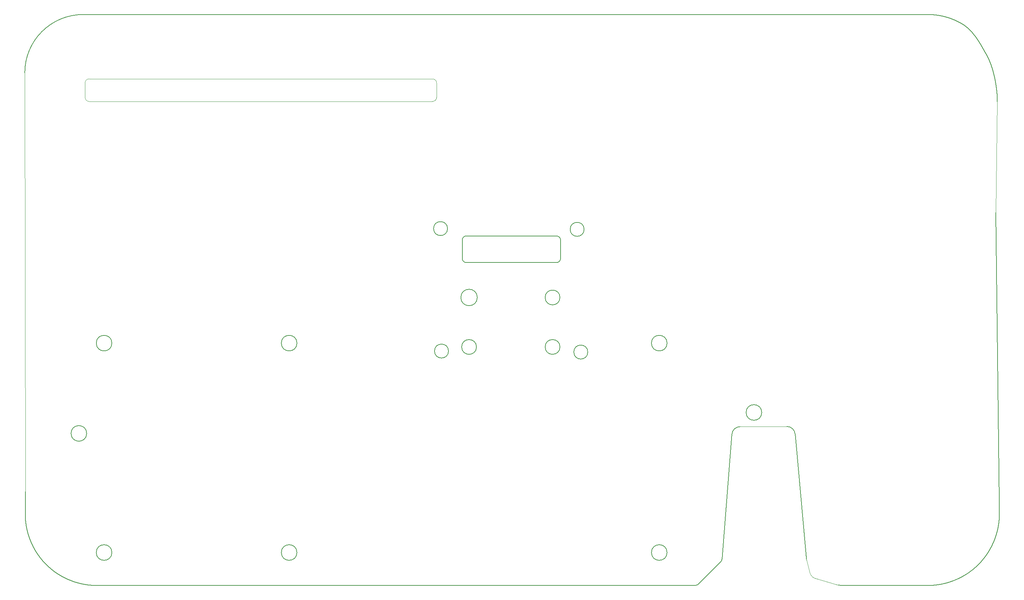
<source format=gbr>
%TF.GenerationSoftware,KiCad,Pcbnew,9.0.2*%
%TF.CreationDate,2025-09-02T22:00:13-05:00*%
%TF.ProjectId,MothBox,4d6f7468-426f-4782-9e6b-696361645f70,5.0.1*%
%TF.SameCoordinates,Original*%
%TF.FileFunction,Profile,NP*%
%FSLAX46Y46*%
G04 Gerber Fmt 4.6, Leading zero omitted, Abs format (unit mm)*
G04 Created by KiCad (PCBNEW 9.0.2) date 2025-09-02 22:00:13*
%MOMM*%
%LPD*%
G01*
G04 APERTURE LIST*
%TA.AperFunction,Profile*%
%ADD10C,0.050000*%
%TD*%
%TA.AperFunction,Profile*%
%ADD11C,0.200000*%
%TD*%
%ADD12C,0.200000*%
G04 APERTURE END LIST*
D10*
X-73534989Y-80772241D02*
X-73646790Y21208580D01*
D11*
X-57265660Y-103610261D02*
X-57267352Y-103610146D01*
X147064372Y-103610146D02*
X147062680Y-103610261D01*
X100366169Y35411260D02*
X100416741Y35411260D01*
X-73646790Y21208580D02*
G75*
G02*
X-59444030Y35411260I14202760J-80D01*
G01*
D12*
X147188516Y35360227D02*
X147225005Y35357332D01*
X147261488Y35354357D01*
X147297964Y35351303D01*
X147334434Y35348168D01*
X147370896Y35344955D01*
X147407351Y35341661D01*
X147443799Y35338288D01*
X147480239Y35334835D01*
X147516672Y35331302D01*
X147553097Y35327690D01*
X147589514Y35323999D01*
X147625922Y35320227D01*
X147662323Y35316377D01*
X147698715Y35312446D01*
X147735098Y35308436D01*
X147771472Y35304347D01*
X147807837Y35300178D01*
X147844193Y35295930D01*
X147880540Y35291602D01*
X147916877Y35287195D01*
X147953205Y35282708D01*
X147989522Y35278142D01*
X148025830Y35273497D01*
X148062127Y35268772D01*
X148098414Y35263968D01*
X148134691Y35259085D01*
X148170957Y35254123D01*
X148207212Y35249081D01*
X148243455Y35243960D01*
X148279688Y35238760D01*
X148315909Y35233480D01*
X148352119Y35228122D01*
X148388317Y35222684D01*
X148424503Y35217167D01*
X148460677Y35211571D01*
X148496838Y35205896D01*
X148532988Y35200142D01*
X148569124Y35194309D01*
X148605248Y35188397D01*
X148641359Y35182407D01*
X148677457Y35176337D01*
X148713541Y35170188D01*
X148749612Y35163961D01*
X148785670Y35157654D01*
X148821714Y35151269D01*
X148857743Y35144805D01*
X148893759Y35138263D01*
X148929760Y35131641D01*
X148965747Y35124941D01*
X149001719Y35118163D01*
X149037676Y35111305D01*
X149073619Y35104369D01*
X149109546Y35097355D01*
X149145457Y35090262D01*
X149181354Y35083091D01*
X149217234Y35075841D01*
X149253099Y35068513D01*
X149288948Y35061106D01*
X149324780Y35053621D01*
X149360596Y35046058D01*
X149396396Y35038416D01*
X149432179Y35030697D01*
X149467945Y35022899D01*
X149503694Y35015023D01*
X149539426Y35007068D01*
X149575140Y34999036D01*
X149610837Y34990926D01*
X149646515Y34982737D01*
X149682177Y34974471D01*
X149717820Y34966127D01*
X149753444Y34957705D01*
X149789050Y34949205D01*
X149824638Y34940627D01*
X149860207Y34931971D01*
X149895757Y34923238D01*
X149931288Y34914427D01*
X149966799Y34905538D01*
X150002291Y34896572D01*
X150037764Y34887529D01*
X150073216Y34878407D01*
X150108649Y34869209D01*
X150144062Y34859933D01*
X150179454Y34850579D01*
X150214825Y34841148D01*
X150250176Y34831640D01*
X150285507Y34822055D01*
X150320816Y34812392D01*
X150356104Y34802652D01*
X150391371Y34792836D01*
X150426616Y34782942D01*
X150461839Y34772971D01*
X150479443Y34767957D01*
X150497041Y34762923D01*
X150514633Y34757870D01*
X150532220Y34752798D01*
X150549802Y34747707D01*
X150567378Y34742597D01*
X150584948Y34737467D01*
X150602513Y34732318D01*
X150620072Y34727150D01*
X150637625Y34721963D01*
X150655173Y34716757D01*
X150672715Y34711531D01*
X150690252Y34706287D01*
X150707782Y34701023D01*
X150725307Y34695740D01*
X150742826Y34690438D01*
X150760339Y34685116D01*
X150777847Y34679776D01*
X150795348Y34674417D01*
X150812844Y34669038D01*
X150830334Y34663640D01*
X150847818Y34658223D01*
X150865296Y34652787D01*
X150882768Y34647332D01*
X150900234Y34641858D01*
X150917694Y34636365D01*
X150935148Y34630852D01*
X150952596Y34625321D01*
X150970038Y34619771D01*
X150987474Y34614201D01*
X151004904Y34608612D01*
X151022327Y34603005D01*
X151039745Y34597378D01*
X151057156Y34591733D01*
X151074562Y34586068D01*
X151091961Y34580384D01*
X151109353Y34574682D01*
X151126740Y34568960D01*
X151144120Y34563219D01*
X151161494Y34557459D01*
X151178862Y34551681D01*
X151196223Y34545883D01*
X151213578Y34540067D01*
X151230927Y34534231D01*
X151248269Y34528376D01*
X151265605Y34522503D01*
X151282934Y34516611D01*
X151300257Y34510699D01*
X151317573Y34504769D01*
X151334884Y34498820D01*
X151352187Y34492852D01*
X151369484Y34486865D01*
X151386774Y34480859D01*
X151404058Y34474834D01*
X151421335Y34468791D01*
X151438606Y34462728D01*
X151455869Y34456647D01*
X151473127Y34450546D01*
X151490377Y34444427D01*
X151507621Y34438289D01*
X151524858Y34432133D01*
X151542089Y34425957D01*
X151559312Y34419763D01*
X151576529Y34413549D01*
X151593739Y34407317D01*
X151610942Y34401066D01*
X151628139Y34394797D01*
X151645328Y34388508D01*
X151662511Y34382201D01*
X151679687Y34375875D01*
X151696855Y34369531D01*
X151714017Y34363167D01*
X151731172Y34356785D01*
X151748320Y34350384D01*
X151765461Y34343964D01*
X151782595Y34337526D01*
X151799721Y34331069D01*
X151816841Y34324593D01*
X151833953Y34318098D01*
X151851059Y34311585D01*
X151868157Y34305053D01*
X151885248Y34298502D01*
X151902332Y34291933D01*
X151919409Y34285345D01*
X151936479Y34278739D01*
X151953541Y34272113D01*
X151970596Y34265470D01*
X151987644Y34258807D01*
X152004684Y34252126D01*
X152021718Y34245426D01*
X152038743Y34238708D01*
X152055762Y34231971D01*
X152072773Y34225215D01*
X152089777Y34218441D01*
X152106773Y34211649D01*
X152123762Y34204837D01*
X152140743Y34198008D01*
X152157717Y34191159D01*
X152174684Y34184292D01*
X152191643Y34177407D01*
X152208594Y34170503D01*
X152225538Y34163580D01*
X152242474Y34156639D01*
X152259403Y34149680D01*
X152276324Y34142702D01*
X152293237Y34135705D01*
X152310143Y34128691D01*
X152327041Y34121657D01*
X152343931Y34114605D01*
X152360814Y34107535D01*
X152377688Y34100446D01*
X152394556Y34093339D01*
X152411415Y34086213D01*
X152428266Y34079069D01*
X152445110Y34071907D01*
X152461946Y34064726D01*
X152478774Y34057527D01*
X152495594Y34050309D01*
X152512406Y34043073D01*
X152529211Y34035819D01*
X152546007Y34028546D01*
X152562795Y34021255D01*
X152579575Y34013946D01*
X152596348Y34006618D01*
X152613112Y33999272D01*
X152629869Y33991907D01*
X152646617Y33984525D01*
X152663357Y33977124D01*
X152680089Y33969705D01*
X152696813Y33962267D01*
X152713529Y33954811D01*
X152730237Y33947337D01*
X152746936Y33939845D01*
X152763628Y33932334D01*
X152780310Y33924805D01*
X152796986Y33917258D01*
X152813652Y33909693D01*
X152830311Y33902109D01*
X152846960Y33894508D01*
X152863602Y33886888D01*
X152880235Y33879250D01*
X152896861Y33871594D01*
X152913477Y33863919D01*
X152930086Y33856227D01*
X152946685Y33848516D01*
X152963277Y33840787D01*
X152979860Y33833040D01*
X152996435Y33825275D01*
X153013000Y33817492D01*
X153029558Y33809690D01*
X153046107Y33801871D01*
X153062648Y33794034D01*
X153079179Y33786178D01*
X153095703Y33778304D01*
X153112217Y33770413D01*
X153128724Y33762503D01*
X153145221Y33754575D01*
X153161710Y33746629D01*
X153178190Y33738666D01*
X153194662Y33730684D01*
X153211124Y33722684D01*
X153227578Y33714666D01*
X153244023Y33706630D01*
X153260460Y33698576D01*
X153276887Y33690505D01*
X153293306Y33682415D01*
X153309716Y33674308D01*
X153326117Y33666182D01*
X153342509Y33658038D01*
X153358893Y33649877D01*
X153375267Y33641698D01*
X153391633Y33633500D01*
X153407989Y33625285D01*
X153424337Y33617052D01*
X153440676Y33608801D01*
X153457006Y33600532D01*
X153473326Y33592246D01*
X153489638Y33583941D01*
X153514165Y33571412D01*
X153514165Y33571412D02*
X153530453Y33563063D01*
X153546730Y33554697D01*
X153562772Y33546429D01*
X153578805Y33538144D01*
X153594616Y33529950D01*
X153610418Y33521738D01*
X153626011Y33513612D01*
X153641595Y33505468D01*
X153656982Y33497404D01*
X153672360Y33489322D01*
X153687551Y33481315D01*
X153702735Y33473290D01*
X153717740Y33465335D01*
X153732739Y33457362D01*
X153747568Y33449456D01*
X153762391Y33441531D01*
X153777053Y33433668D01*
X153791708Y33425787D01*
X153806210Y33417965D01*
X153820706Y33410123D01*
X153835055Y33402337D01*
X153849399Y33394532D01*
X153863603Y33386780D01*
X153877801Y33379008D01*
X153891865Y33371287D01*
X153905924Y33363545D01*
X153919855Y33355851D01*
X153933781Y33348137D01*
X153947584Y33340467D01*
X153961382Y33332778D01*
X153975063Y33325131D01*
X153988739Y33317463D01*
X154002302Y33309836D01*
X154015860Y33302188D01*
X154029310Y33294579D01*
X154042755Y33286948D01*
X154056096Y33279354D01*
X154069433Y33271739D01*
X154082670Y33264158D01*
X154095902Y33256557D01*
X154109038Y33248987D01*
X154122170Y33241397D01*
X154135209Y33233837D01*
X154148244Y33226256D01*
X154161189Y33218705D01*
X154174131Y33211132D01*
X154186986Y33203586D01*
X154199838Y33196019D01*
X154212607Y33188478D01*
X154225372Y33180915D01*
X154238056Y33173377D01*
X154250737Y33165817D01*
X154263340Y33158281D01*
X154275941Y33150723D01*
X154288466Y33143186D01*
X154300988Y33135628D01*
X154313437Y33128090D01*
X154325884Y33120531D01*
X154338260Y33112991D01*
X154350634Y33105428D01*
X154362939Y33097884D01*
X154375242Y33090318D01*
X154387479Y33082769D01*
X154399714Y33075197D01*
X154411884Y33067642D01*
X154424053Y33060064D01*
X154436159Y33052502D01*
X154448264Y33044917D01*
X154460309Y33037345D01*
X154472351Y33029752D01*
X154484336Y33022171D01*
X154496318Y33014567D01*
X154508244Y33006976D01*
X154520169Y32999362D01*
X154532039Y32991759D01*
X154543907Y32984133D01*
X154555722Y32976517D01*
X154567536Y32968879D01*
X154579298Y32961250D01*
X154591060Y32953597D01*
X154602770Y32945954D01*
X154614480Y32938287D01*
X154626141Y32930628D01*
X154637802Y32922945D01*
X154649415Y32915270D01*
X154661027Y32907571D01*
X154672593Y32899879D01*
X154684159Y32892163D01*
X154695679Y32884452D01*
X154707200Y32876718D01*
X154718677Y32868989D01*
X154730153Y32861235D01*
X154741588Y32853487D01*
X154753022Y32845714D01*
X154764415Y32837944D01*
X154775808Y32830151D01*
X154787161Y32822360D01*
X154798514Y32814545D01*
X154809828Y32806733D01*
X154821142Y32798896D01*
X154832419Y32791061D01*
X154843696Y32783201D01*
X154854936Y32775342D01*
X154866176Y32767459D01*
X154877381Y32759576D01*
X154888586Y32751668D01*
X154899757Y32743761D01*
X154910928Y32735828D01*
X154922065Y32727895D01*
X154933203Y32719936D01*
X154944308Y32711976D01*
X154955414Y32703992D01*
X154966488Y32696005D01*
X154977563Y32687993D01*
X154988607Y32679979D01*
X154999652Y32671939D01*
X155010667Y32663896D01*
X155021682Y32655828D01*
X155032669Y32647757D01*
X155043656Y32639660D01*
X155054615Y32631558D01*
X155065575Y32623431D01*
X155076508Y32615300D01*
X155087441Y32607143D01*
X155098348Y32598980D01*
X155109256Y32590792D01*
X155120138Y32582598D01*
X155131022Y32574378D01*
X155141880Y32566152D01*
X155152740Y32557900D01*
X155163575Y32549641D01*
X155174411Y32541356D01*
X155185224Y32533064D01*
X155196038Y32524746D01*
X155206829Y32516420D01*
X155217622Y32508067D01*
X155228392Y32499707D01*
X155239164Y32491319D01*
X155249914Y32482924D01*
X155260666Y32474501D01*
X155271397Y32466070D01*
X155282130Y32457611D01*
X155292842Y32449144D01*
X155303556Y32440649D01*
X155314250Y32432144D01*
X155324947Y32423612D01*
X155335624Y32415070D01*
X155346303Y32406501D01*
X155356963Y32397921D01*
X155367625Y32389313D01*
X155378270Y32380694D01*
X155388916Y32372048D01*
X155399546Y32363390D01*
X155410177Y32354705D01*
X155420791Y32346007D01*
X155431408Y32337281D01*
X155442009Y32328543D01*
X155452611Y32319778D01*
X155463198Y32310999D01*
X155473788Y32302192D01*
X155484362Y32293372D01*
X155494938Y32284523D01*
X155505500Y32275661D01*
X155516065Y32266770D01*
X155526615Y32257866D01*
X155537168Y32248933D01*
X155547707Y32239985D01*
X155558249Y32231008D01*
X155568777Y32222017D01*
X155579309Y32212997D01*
X155589827Y32203961D01*
X155600349Y32194897D01*
X155610858Y32185816D01*
X155621370Y32176707D01*
X155631870Y32167582D01*
X155642373Y32158427D01*
X155652865Y32149256D01*
X155663360Y32140055D01*
X155673844Y32130837D01*
X155684331Y32121590D01*
X155694808Y32112325D01*
X155705288Y32103031D01*
X155715758Y32093719D01*
X155726230Y32084378D01*
X155736694Y32075017D01*
X155747161Y32065628D01*
X155757618Y32056219D01*
X155768079Y32046781D01*
X155778531Y32037323D01*
X155788987Y32027835D01*
X155799434Y32018328D01*
X155809885Y32008790D01*
X155820328Y31999233D01*
X155830774Y31989645D01*
X155841213Y31980037D01*
X155851655Y31970399D01*
X155862091Y31960739D01*
X155872530Y31951049D01*
X155882962Y31941338D01*
X155893398Y31931596D01*
X155903828Y31921833D01*
X155914261Y31912039D01*
X155924689Y31902222D01*
X155935120Y31892375D01*
X155945546Y31882505D01*
X155955976Y31872604D01*
X155966400Y31862681D01*
X155976828Y31852726D01*
X155987252Y31842748D01*
X155997680Y31832738D01*
X156008103Y31822705D01*
X156018530Y31812640D01*
X156028953Y31802551D01*
X156039380Y31792431D01*
X156049804Y31782286D01*
X156060231Y31772109D01*
X156070656Y31761907D01*
X156081084Y31751673D01*
X156091510Y31741415D01*
X156101939Y31731123D01*
X156112367Y31720807D01*
X156122798Y31710458D01*
X156133227Y31700083D01*
X156143660Y31689675D01*
X156154092Y31679241D01*
X156164528Y31668775D01*
X156174962Y31658281D01*
X156185401Y31647755D01*
X156195838Y31637202D01*
X156206280Y31626615D01*
X156216721Y31616002D01*
X156227166Y31605354D01*
X156237611Y31594679D01*
X156248060Y31583971D01*
X156258510Y31573234D01*
X156268963Y31562464D01*
X156279417Y31551665D01*
X156289876Y31540832D01*
X156300334Y31529971D01*
X156310798Y31519075D01*
X156321262Y31508150D01*
X156331731Y31497190D01*
X156342201Y31486201D01*
X156352676Y31475178D01*
X156363152Y31464124D01*
X156373633Y31453036D01*
X156384116Y31441917D01*
X156394603Y31430764D01*
X156405093Y31419580D01*
X156415587Y31408361D01*
X156426084Y31397110D01*
X156436586Y31385824D01*
X156447090Y31374507D01*
X156457599Y31363154D01*
X156468111Y31351769D01*
X156478628Y31340349D01*
X156489149Y31328896D01*
X156499674Y31317408D01*
X156510203Y31305886D01*
X156520737Y31294329D01*
X156531275Y31282739D01*
X156541818Y31271112D01*
X156552365Y31259452D01*
X156562918Y31247755D01*
X156573474Y31236024D01*
X156584036Y31224257D01*
X156594603Y31212456D01*
X156605175Y31200618D01*
X156615752Y31188744D01*
X156626334Y31176834D01*
X156636922Y31164889D01*
X156647515Y31152907D01*
X156658113Y31140889D01*
X156668717Y31128834D01*
X156679327Y31116742D01*
X156689942Y31104613D01*
X156700563Y31092448D01*
X156711191Y31080245D01*
X156721824Y31068005D01*
X156732463Y31055727D01*
X156743108Y31043412D01*
X156753759Y31031059D01*
X156764417Y31018668D01*
X156775081Y31006239D01*
X156785752Y30993771D01*
X156796429Y30981266D01*
X156807113Y30968721D01*
X156817803Y30956138D01*
X156828500Y30943516D01*
X156839204Y30930855D01*
X156849915Y30918155D01*
X156860633Y30905415D01*
X156871358Y30892636D01*
X156882090Y30879817D01*
X156892830Y30866958D01*
X156903577Y30854060D01*
X156914331Y30841121D01*
X156925093Y30828142D01*
X156935862Y30815122D01*
X156946639Y30802062D01*
X156957424Y30788960D01*
X156968216Y30775819D01*
X156979017Y30762635D01*
X156989824Y30749411D01*
X157000641Y30736145D01*
X157011465Y30722838D01*
X157022298Y30709488D01*
X157033138Y30696097D01*
X157043988Y30682663D01*
X157054845Y30669188D01*
X157065712Y30655669D01*
X157076586Y30642109D01*
X157087470Y30628505D01*
X157098361Y30614859D01*
X157109263Y30601168D01*
X157120172Y30587437D01*
X157131091Y30573659D01*
X157142018Y30559840D01*
X157152956Y30545976D01*
X157163901Y30532069D01*
X157174857Y30518116D01*
X157185821Y30504121D01*
X157196795Y30490079D01*
X157207778Y30475995D01*
X157218772Y30461864D01*
X157229774Y30447690D01*
X157240787Y30433469D01*
X157251808Y30419205D01*
X157262841Y30404892D01*
X157273882Y30390537D01*
X157284935Y30376133D01*
X157295996Y30361686D01*
X157307070Y30347189D01*
X157318151Y30332650D01*
X157329245Y30318060D01*
X157340347Y30303427D01*
X157351462Y30288744D01*
X157362585Y30274018D01*
X157373721Y30259240D01*
X157384866Y30244419D01*
X157396023Y30229546D01*
X157407189Y30214629D01*
X157418369Y30199661D01*
X157429556Y30184648D01*
X157440758Y30169582D01*
X157451968Y30154473D01*
X157463192Y30139310D01*
X157474424Y30124103D01*
X157485671Y30108842D01*
X157496926Y30093537D01*
X157519474Y30062773D01*
X157542069Y30031809D01*
X157564711Y30000645D01*
X157587401Y29969279D01*
X157610140Y29937708D01*
X157632928Y29905932D01*
X157655765Y29873950D01*
X157678653Y29841759D01*
X157701592Y29809358D01*
X157724582Y29776745D01*
X157747624Y29743920D01*
X157770719Y29710880D01*
X157793868Y29677623D01*
X157817071Y29644149D01*
X157840328Y29610455D01*
X157863640Y29576540D01*
X157887008Y29542403D01*
X157910433Y29508041D01*
X157933914Y29473453D01*
X157957453Y29438637D01*
X157981051Y29403593D01*
X158004707Y29368317D01*
X158028423Y29332809D01*
X158052199Y29297067D01*
X158076035Y29261088D01*
X158099933Y29224872D01*
X158123893Y29188416D01*
X158147916Y29151719D01*
X158172002Y29114780D01*
X158196151Y29077595D01*
X158220365Y29040164D01*
X158244644Y29002485D01*
X158268989Y28964556D01*
X158293401Y28926376D01*
X158317879Y28887941D01*
X158342425Y28849252D01*
X158367039Y28810305D01*
X158391722Y28771099D01*
X158416475Y28731632D01*
X158441298Y28691902D01*
X158466191Y28651908D01*
X158491156Y28611647D01*
X158516194Y28571118D01*
X158541304Y28530318D01*
X158566487Y28489246D01*
X158591745Y28447900D01*
X158617077Y28406278D01*
X158642485Y28364377D01*
X158667969Y28322197D01*
X158693530Y28279734D01*
X158719168Y28236988D01*
X158744884Y28193956D01*
X158770679Y28150635D01*
X158796554Y28107024D01*
X158822509Y28063122D01*
X158848544Y28018925D01*
X158874661Y27974431D01*
X158900860Y27929640D01*
X158927142Y27884548D01*
X158953508Y27839154D01*
X158979957Y27793454D01*
X159006492Y27747449D01*
X159033112Y27701134D01*
X159059819Y27654508D01*
X159086613Y27607569D01*
X159113495Y27560314D01*
X159140465Y27512742D01*
X159167524Y27464849D01*
X159194674Y27416635D01*
X159221914Y27368096D01*
X159249245Y27319231D01*
X159276668Y27270037D01*
X159304185Y27220512D01*
X159331795Y27170653D01*
X159359499Y27120458D01*
X159387298Y27069926D01*
X159415193Y27019053D01*
X159443185Y26967837D01*
X159471274Y26916276D01*
X159499461Y26864367D01*
X159527747Y26812108D01*
X159556133Y26759497D01*
X159584619Y26706531D01*
X159613206Y26653208D01*
X159641895Y26599525D01*
X159650000Y26584329D01*
D11*
X67299292Y35411331D02*
X16848510Y35411260D01*
X105550000Y-61515671D02*
G75*
G02*
X101750000Y-61515671I-1900000J0D01*
G01*
X101750000Y-61515671D02*
G75*
G02*
X105550000Y-61515671I1900000J0D01*
G01*
X-58600000Y-66615671D02*
G75*
G02*
X-62400000Y-66615671I-1900000J0D01*
G01*
X-62400000Y-66615671D02*
G75*
G02*
X-58600000Y-66615671I1900000J0D01*
G01*
X116438645Y-97264965D02*
G75*
G02*
X116385843Y-96954722I1939255J489665D01*
G01*
D10*
X118661579Y-101980262D02*
G75*
G02*
X117267133Y-100545593I544621J1924362D01*
G01*
D11*
X124698600Y-103610261D02*
G75*
G02*
X124153946Y-103534669I0J1999961D01*
G01*
X98303769Y-66808462D02*
G75*
G02*
X100290033Y-64967457I1993631J-158938D01*
G01*
X111665189Y-64925249D02*
G75*
G02*
X113664502Y-66745798I7411J-1999951D01*
G01*
X113664527Y-66745796D02*
X116385837Y-96954723D01*
D10*
X100290033Y-64967400D02*
X111665189Y-64925249D01*
D11*
X95883512Y-97166765D02*
X98303769Y-66808462D01*
D10*
X117267135Y-100545592D02*
X116438645Y-97264965D01*
X124153944Y-103534676D02*
X118661579Y-101980262D01*
D12*
X-63855603Y-101824590D02*
X-63822133Y-101841191D01*
X-63788627Y-101857721D01*
X-63755087Y-101874179D01*
X-63721511Y-101890565D01*
X-63687900Y-101906878D01*
X-63654254Y-101923120D01*
X-63620574Y-101939290D01*
X-63586859Y-101955388D01*
X-63553110Y-101971413D01*
X-63519327Y-101987366D01*
X-63485509Y-102003247D01*
X-63451658Y-102019055D01*
X-63417773Y-102034791D01*
X-63383854Y-102050454D01*
X-63349902Y-102066045D01*
X-63315917Y-102081562D01*
X-63281898Y-102097007D01*
X-63247847Y-102112379D01*
X-63213762Y-102127679D01*
X-63179645Y-102142905D01*
X-63145495Y-102158058D01*
X-63111313Y-102173138D01*
X-63077099Y-102188144D01*
X-63042853Y-102203078D01*
X-63008575Y-102217938D01*
X-62974264Y-102232725D01*
X-62939923Y-102247438D01*
X-62905550Y-102262077D01*
X-62871145Y-102276643D01*
X-62836710Y-102291136D01*
X-62802243Y-102305554D01*
X-62767745Y-102319899D01*
X-62733217Y-102334170D01*
X-62698659Y-102348367D01*
X-62664070Y-102362490D01*
X-62629450Y-102376539D01*
X-62594801Y-102390514D01*
X-62560122Y-102404414D01*
X-62525413Y-102418241D01*
X-62490674Y-102431993D01*
X-62455906Y-102445670D01*
X-62421109Y-102459274D01*
X-62386283Y-102472802D01*
X-62351427Y-102486256D01*
X-62316543Y-102499636D01*
X-62281630Y-102512941D01*
X-62246689Y-102526171D01*
X-62211720Y-102539326D01*
X-62176722Y-102552406D01*
X-62141696Y-102565411D01*
X-62106643Y-102578342D01*
X-62071562Y-102591197D01*
X-62036453Y-102603977D01*
X-62001317Y-102616682D01*
X-61966154Y-102629312D01*
X-61930963Y-102641867D01*
X-61895746Y-102654346D01*
X-61860502Y-102666750D01*
X-61825232Y-102679078D01*
X-61789935Y-102691331D01*
X-61754612Y-102703508D01*
X-61719263Y-102715609D01*
X-61683888Y-102727635D01*
X-61648487Y-102739585D01*
X-61613061Y-102751460D01*
X-61577609Y-102763258D01*
X-61542132Y-102774981D01*
X-61506630Y-102786627D01*
X-61471103Y-102798198D01*
X-61435552Y-102809692D01*
X-61399975Y-102821111D01*
X-61364375Y-102832453D01*
X-61328750Y-102843719D01*
X-61293101Y-102854909D01*
X-61257428Y-102866022D01*
X-61221731Y-102877059D01*
X-61186011Y-102888019D01*
X-61150267Y-102898903D01*
X-61114500Y-102909711D01*
X-61078710Y-102920442D01*
X-61042897Y-102931096D01*
X-61007061Y-102941674D01*
X-60971203Y-102952174D01*
X-60935322Y-102962598D01*
X-60899419Y-102972946D01*
X-60863493Y-102983216D01*
X-60827546Y-102993409D01*
X-60791577Y-103003526D01*
X-60755587Y-103013565D01*
X-60719575Y-103023527D01*
X-60683541Y-103033413D01*
X-60647487Y-103043221D01*
X-60629452Y-103048096D01*
X-60611412Y-103052951D01*
X-60593366Y-103057788D01*
X-60575316Y-103062605D01*
X-60557260Y-103067403D01*
X-60539199Y-103072181D01*
X-60521133Y-103076940D01*
X-60503062Y-103081680D01*
X-60484986Y-103086400D01*
X-60466904Y-103091102D01*
X-60448818Y-103095783D01*
X-60430727Y-103100446D01*
X-60412631Y-103105089D01*
X-60394530Y-103109712D01*
X-60376423Y-103114316D01*
X-60358312Y-103118901D01*
X-60340196Y-103123467D01*
X-60322076Y-103128013D01*
X-60303950Y-103132539D01*
X-60285819Y-103137047D01*
X-60267684Y-103141535D01*
X-60249544Y-103146003D01*
X-60231399Y-103150452D01*
X-60213249Y-103154882D01*
X-60195095Y-103159292D01*
X-60176936Y-103163682D01*
X-60158772Y-103168054D01*
X-60140604Y-103172405D01*
X-60122431Y-103176738D01*
X-60104253Y-103181051D01*
X-60086070Y-103185344D01*
X-60067883Y-103189618D01*
X-60049692Y-103193873D01*
X-60031496Y-103198108D01*
X-60013296Y-103202323D01*
X-59995090Y-103206519D01*
X-59976881Y-103210696D01*
X-59958667Y-103214853D01*
X-59940449Y-103218990D01*
X-59922226Y-103223108D01*
X-59903998Y-103227207D01*
X-59885767Y-103231286D01*
X-59867531Y-103235345D01*
X-59849291Y-103239385D01*
X-59831046Y-103243406D01*
X-59812797Y-103247407D01*
X-59794544Y-103251388D01*
X-59776286Y-103255350D01*
X-59758025Y-103259292D01*
X-59739759Y-103263215D01*
X-59721489Y-103267118D01*
X-59703215Y-103271002D01*
X-59684937Y-103274866D01*
X-59666654Y-103278710D01*
X-59648368Y-103282535D01*
X-59630077Y-103286340D01*
X-59611782Y-103290126D01*
X-59593483Y-103293892D01*
X-59575181Y-103297639D01*
X-59556874Y-103301366D01*
X-59538564Y-103305073D01*
X-59520249Y-103308761D01*
X-59501930Y-103312429D01*
X-59483608Y-103316078D01*
X-59465281Y-103319706D01*
X-59446951Y-103323316D01*
X-59428617Y-103326905D01*
X-59410279Y-103330475D01*
X-59391937Y-103334026D01*
X-59373592Y-103337556D01*
X-59355243Y-103341067D01*
X-59336890Y-103344559D01*
X-59318533Y-103348031D01*
X-59300172Y-103351483D01*
X-59281808Y-103354915D01*
X-59263441Y-103358328D01*
X-59245069Y-103361721D01*
X-59226694Y-103365095D01*
X-59208316Y-103368448D01*
X-59189933Y-103371783D01*
X-59171548Y-103375097D01*
X-59153158Y-103378392D01*
X-59134766Y-103381667D01*
X-59116369Y-103384922D01*
X-59097970Y-103388158D01*
X-59079567Y-103391374D01*
X-59061160Y-103394570D01*
X-59042750Y-103397747D01*
X-59024337Y-103400903D01*
X-59005920Y-103404041D01*
X-58987500Y-103407158D01*
X-58969076Y-103410256D01*
X-58950650Y-103413333D01*
X-58932220Y-103416392D01*
X-58913787Y-103419430D01*
X-58895350Y-103422449D01*
X-58876911Y-103425448D01*
X-58858468Y-103428427D01*
X-58840022Y-103431387D01*
X-58821572Y-103434326D01*
X-58803120Y-103437246D01*
X-58784665Y-103440147D01*
X-58766206Y-103443027D01*
X-58747744Y-103445888D01*
X-58729280Y-103448729D01*
X-58710812Y-103451550D01*
X-58692342Y-103454351D01*
X-58673868Y-103457133D01*
X-58655392Y-103459895D01*
X-58636912Y-103462637D01*
X-58618430Y-103465359D01*
X-58599944Y-103468062D01*
X-58581456Y-103470744D01*
X-58562965Y-103473407D01*
X-58544471Y-103476050D01*
X-58525974Y-103478674D01*
X-58507475Y-103481277D01*
X-58488972Y-103483861D01*
X-58470468Y-103486425D01*
X-58451959Y-103488969D01*
X-58433449Y-103491493D01*
X-58414936Y-103493997D01*
X-58396420Y-103496482D01*
X-58377901Y-103498947D01*
X-58359381Y-103501392D01*
X-58340857Y-103503817D01*
X-58322331Y-103506222D01*
X-58303801Y-103508607D01*
X-58285270Y-103510973D01*
X-58266736Y-103513319D01*
X-58248200Y-103515645D01*
X-58229661Y-103517951D01*
X-58211120Y-103520237D01*
X-58192576Y-103522503D01*
X-58174030Y-103524750D01*
X-58155481Y-103526976D01*
X-58136930Y-103529183D01*
X-58118376Y-103531370D01*
X-58099821Y-103533537D01*
X-58081263Y-103535684D01*
X-58062703Y-103537812D01*
X-58044140Y-103539919D01*
X-58025576Y-103542007D01*
X-58007008Y-103544074D01*
X-57988439Y-103546122D01*
X-57969868Y-103548150D01*
X-57951294Y-103550158D01*
X-57932718Y-103552146D01*
X-57914141Y-103554115D01*
X-57895560Y-103556063D01*
X-57876979Y-103557991D01*
X-57858394Y-103559900D01*
X-57839809Y-103561789D01*
X-57821220Y-103563658D01*
X-57802630Y-103565506D01*
X-57784038Y-103567336D01*
X-57765444Y-103569145D01*
X-57746847Y-103570934D01*
X-57728250Y-103572703D01*
X-57709650Y-103574452D01*
X-57691048Y-103576182D01*
X-57672444Y-103577891D01*
X-57653839Y-103579581D01*
X-57635232Y-103581251D01*
X-57616623Y-103582900D01*
X-57598012Y-103584530D01*
X-57579400Y-103586140D01*
X-57560785Y-103587730D01*
X-57542169Y-103589300D01*
X-57523551Y-103590850D01*
X-57504932Y-103592381D01*
X-57486311Y-103593891D01*
X-57467689Y-103595381D01*
X-57449064Y-103596852D01*
X-57430439Y-103598302D01*
X-57411811Y-103599733D01*
X-57393182Y-103601143D01*
X-57374551Y-103602534D01*
X-57355920Y-103603905D01*
X-57337286Y-103605255D01*
X-57318652Y-103606586D01*
X-57300015Y-103607897D01*
X-57267352Y-103610146D01*
D11*
X124698600Y-103610261D02*
X147062680Y-103610261D01*
D10*
X162500000Y-12765671D02*
X162814644Y14178263D01*
D11*
X-73534989Y-80772241D02*
X-73534989Y-83722241D01*
X162814644Y15259273D02*
X162814644Y14198974D01*
X95883512Y-97166765D02*
G75*
G02*
X95590601Y-97873846I-999812J-35D01*
G01*
X-52470084Y-44625028D02*
G75*
G02*
X-56270084Y-44625028I-1900000J0D01*
G01*
X-56270084Y-44625028D02*
G75*
G02*
X-52470084Y-44625028I1900000J0D01*
G01*
X163332009Y-85752130D02*
X163332009Y-86200250D01*
X16848510Y35411260D02*
X-56199485Y35411260D01*
X147078186Y-103609203D02*
X147064372Y-103610146D01*
X82529916Y-44625028D02*
G75*
G02*
X78729916Y-44625028I-1900000J0D01*
G01*
X78729916Y-44625028D02*
G75*
G02*
X82529916Y-44625028I1900000J0D01*
G01*
X-7470084Y-95625028D02*
G75*
G02*
X-11270084Y-95625028I-1900000J0D01*
G01*
X-11270084Y-95625028D02*
G75*
G02*
X-7470084Y-95625028I1900000J0D01*
G01*
X90147092Y-103317393D02*
X95590620Y-97873865D01*
X-52470084Y-95625028D02*
G75*
G02*
X-56270084Y-95625028I-1900000J0D01*
G01*
X-56270084Y-95625028D02*
G75*
G02*
X-52470084Y-95625028I1900000J0D01*
G01*
D12*
X-73346080Y-88760895D02*
X-73349089Y-88740544D01*
X-73352075Y-88720211D01*
X-73355016Y-88700046D01*
X-73357934Y-88679897D01*
X-73360809Y-88659908D01*
X-73363662Y-88639933D01*
X-73366472Y-88620109D01*
X-73369261Y-88600299D01*
X-73372009Y-88580632D01*
X-73374735Y-88560977D01*
X-73377422Y-88541458D01*
X-73380087Y-88521950D01*
X-73382714Y-88502571D01*
X-73385320Y-88483201D01*
X-73387889Y-88463953D01*
X-73390436Y-88444714D01*
X-73392948Y-88425590D01*
X-73395439Y-88406473D01*
X-73397896Y-88387467D01*
X-73400331Y-88368466D01*
X-73402733Y-88349569D01*
X-73405114Y-88330677D01*
X-73407462Y-88311883D01*
X-73409789Y-88293093D01*
X-73412085Y-88274396D01*
X-73414361Y-88255701D01*
X-73416605Y-88237095D01*
X-73418829Y-88218489D01*
X-73421023Y-88199967D01*
X-73423197Y-88181444D01*
X-73425341Y-88163001D01*
X-73427465Y-88144556D01*
X-73429560Y-88126186D01*
X-73431636Y-88107813D01*
X-73433683Y-88089511D01*
X-73435711Y-88071204D01*
X-73437711Y-88052964D01*
X-73439691Y-88034719D01*
X-73441645Y-88016536D01*
X-73443579Y-87998347D01*
X-73445487Y-87980217D01*
X-73447375Y-87962079D01*
X-73449237Y-87943996D01*
X-73451080Y-87925905D01*
X-73452898Y-87907864D01*
X-73454696Y-87889815D01*
X-73456470Y-87871813D01*
X-73458224Y-87853801D01*
X-73459955Y-87835832D01*
X-73461665Y-87817853D01*
X-73463352Y-87799913D01*
X-73465020Y-87781963D01*
X-73466665Y-87764048D01*
X-73468290Y-87746121D01*
X-73469893Y-87728228D01*
X-73471476Y-87710321D01*
X-73473037Y-87692444D01*
X-73474578Y-87674553D01*
X-73476098Y-87656689D01*
X-73477598Y-87638810D01*
X-73479076Y-87620954D01*
X-73480536Y-87603083D01*
X-73481974Y-87585232D01*
X-73483393Y-87567364D01*
X-73484790Y-87549515D01*
X-73486169Y-87531647D01*
X-73487527Y-87513794D01*
X-73488866Y-87495923D01*
X-73490183Y-87478064D01*
X-73491483Y-87460185D01*
X-73492761Y-87442316D01*
X-73494021Y-87424426D01*
X-73495260Y-87406543D01*
X-73496481Y-87388638D01*
X-73497681Y-87370737D01*
X-73498863Y-87352814D01*
X-73500025Y-87334892D01*
X-73501168Y-87316947D01*
X-73502291Y-87299001D01*
X-73503395Y-87281030D01*
X-73504480Y-87263055D01*
X-73505546Y-87245056D01*
X-73506593Y-87227049D01*
X-73507621Y-87209017D01*
X-73508629Y-87190976D01*
X-73509619Y-87172908D01*
X-73510589Y-87154827D01*
X-73511541Y-87136720D01*
X-73512474Y-87118598D01*
X-73513388Y-87100448D01*
X-73514282Y-87082280D01*
X-73515159Y-87064083D01*
X-73516016Y-87045867D01*
X-73516854Y-87027621D01*
X-73517674Y-87009352D01*
X-73518474Y-86991052D01*
X-73519256Y-86972728D01*
X-73520019Y-86954372D01*
X-73520763Y-86935988D01*
X-73521489Y-86917573D01*
X-73522196Y-86899126D01*
X-73522883Y-86880647D01*
X-73523553Y-86862135D01*
X-73524203Y-86843590D01*
X-73524834Y-86825008D01*
X-73525447Y-86806392D01*
X-73526041Y-86787738D01*
X-73526616Y-86769049D01*
X-73527172Y-86750319D01*
X-73527709Y-86731552D01*
X-73528228Y-86712742D01*
X-73528727Y-86693896D01*
X-73529208Y-86675003D01*
X-73529669Y-86656072D01*
X-73530536Y-86618074D01*
X-73531326Y-86579896D01*
X-73532040Y-86541529D01*
X-73532678Y-86502968D01*
X-73533239Y-86464204D01*
X-73533723Y-86425231D01*
X-73534129Y-86386041D01*
X-73534457Y-86346628D01*
X-73534707Y-86306982D01*
X-73534879Y-86267098D01*
X-73534972Y-86226967D01*
X-73534989Y-86200250D01*
D11*
X-7470084Y-44625028D02*
G75*
G02*
X-11270084Y-44625028I-1900000J0D01*
G01*
X-11270084Y-44625028D02*
G75*
G02*
X-7470084Y-44625028I1900000J0D01*
G01*
D12*
X142518545Y35411260D02*
X143144857Y35411248D01*
X143432811Y35411218D01*
X143704742Y35411160D01*
X143961237Y35411065D01*
X144202879Y35410924D01*
X144430254Y35410726D01*
X144538774Y35410603D01*
X144643947Y35410463D01*
X144745845Y35410304D01*
X144844542Y35410125D01*
X144940110Y35409925D01*
X145032624Y35409703D01*
X145122155Y35409457D01*
X145208778Y35409187D01*
X145292565Y35408891D01*
X145373590Y35408569D01*
X145451925Y35408218D01*
X145527643Y35407838D01*
X145600819Y35407428D01*
X145671524Y35406986D01*
X145739832Y35406512D01*
X145805816Y35406004D01*
X145869549Y35405460D01*
X145931104Y35404881D01*
X145990555Y35404264D01*
X146047974Y35403608D01*
X146103435Y35402913D01*
X146157011Y35402177D01*
X146208774Y35401399D01*
X146258798Y35400578D01*
X146307157Y35399712D01*
X146353922Y35398801D01*
X146399168Y35397843D01*
X146421243Y35397346D01*
X146442967Y35396837D01*
X146464346Y35396316D01*
X146485392Y35395782D01*
X146506113Y35395236D01*
X146526517Y35394677D01*
X146546615Y35394105D01*
X146566415Y35393520D01*
X146585926Y35392922D01*
X146605158Y35392311D01*
X146624120Y35391686D01*
X146642821Y35391048D01*
X146661269Y35390396D01*
X146679475Y35389730D01*
X146697447Y35389051D01*
X146715195Y35388357D01*
X146732727Y35387648D01*
X146750052Y35386926D01*
X146767181Y35386188D01*
X146784121Y35385436D01*
X146800883Y35384669D01*
X146817475Y35383887D01*
X146833906Y35383090D01*
X146850186Y35382277D01*
X146866323Y35381449D01*
X146882328Y35380606D01*
X146898208Y35379746D01*
X146913973Y35378871D01*
X146929633Y35377979D01*
X146945196Y35377072D01*
X146960671Y35376148D01*
X146976068Y35375207D01*
X146991396Y35374250D01*
X147006664Y35373276D01*
X147037055Y35371278D01*
X147067316Y35369210D01*
X147097520Y35367072D01*
X147127739Y35364863D01*
X147158047Y35362582D01*
X147188516Y35360227D01*
D11*
X90147092Y-103317393D02*
G75*
G02*
X89445999Y-103610303I-707192J707193D01*
G01*
X67299292Y35411331D02*
X100366169Y35411260D01*
D12*
X-72920142Y-90791491D02*
X-72930040Y-90755046D01*
X-72939850Y-90718622D01*
X-72949571Y-90682219D01*
X-72959204Y-90645836D01*
X-72968750Y-90609472D01*
X-72978209Y-90573125D01*
X-72987581Y-90536796D01*
X-72996866Y-90500482D01*
X-73006066Y-90464183D01*
X-73015179Y-90427898D01*
X-73024208Y-90391625D01*
X-73033151Y-90355364D01*
X-73042009Y-90319113D01*
X-73050783Y-90282871D01*
X-73059473Y-90246638D01*
X-73068080Y-90210411D01*
X-73076603Y-90174190D01*
X-73085043Y-90137973D01*
X-73093401Y-90101759D01*
X-73101676Y-90065547D01*
X-73109869Y-90029336D01*
X-73117981Y-89993123D01*
X-73126012Y-89956907D01*
X-73133962Y-89920688D01*
X-73141832Y-89884463D01*
X-73149621Y-89848232D01*
X-73157331Y-89811992D01*
X-73164961Y-89775741D01*
X-73172513Y-89739479D01*
X-73179986Y-89703203D01*
X-73187380Y-89666912D01*
X-73194697Y-89630603D01*
X-73201936Y-89594276D01*
X-73209098Y-89557928D01*
X-73216184Y-89521556D01*
X-73223193Y-89485160D01*
X-73230126Y-89448737D01*
X-73236983Y-89412284D01*
X-73243766Y-89375800D01*
X-73250473Y-89339283D01*
X-73257106Y-89302729D01*
X-73263666Y-89266136D01*
X-73270151Y-89229502D01*
X-73276564Y-89192824D01*
X-73282903Y-89156099D01*
X-73289171Y-89119325D01*
X-73295366Y-89082499D01*
X-73301491Y-89045617D01*
X-73307544Y-89008676D01*
X-73313526Y-88971672D01*
X-73319439Y-88934604D01*
X-73325282Y-88897466D01*
X-73331056Y-88860255D01*
X-73336761Y-88822967D01*
X-73342398Y-88785599D01*
X-73346080Y-88760895D01*
X-68100464Y-98854530D02*
X-68073344Y-98880226D01*
X-68046169Y-98905864D01*
X-68018939Y-98931444D01*
X-67991654Y-98956965D01*
X-67964314Y-98982428D01*
X-67936920Y-99007833D01*
X-67909472Y-99033179D01*
X-67881969Y-99058466D01*
X-67854412Y-99083694D01*
X-67826802Y-99108863D01*
X-67799137Y-99133973D01*
X-67771418Y-99159024D01*
X-67743646Y-99184016D01*
X-67715821Y-99208948D01*
X-67687942Y-99233820D01*
X-67660009Y-99258633D01*
X-67632024Y-99283386D01*
X-67603986Y-99308079D01*
X-67575894Y-99332712D01*
X-67547750Y-99357284D01*
X-67519554Y-99381797D01*
X-67491305Y-99406249D01*
X-67463003Y-99430641D01*
X-67434650Y-99454972D01*
X-67406244Y-99479242D01*
X-67377786Y-99503452D01*
X-67349277Y-99527600D01*
X-67320716Y-99551688D01*
X-67292103Y-99575714D01*
X-67263439Y-99599679D01*
X-67234723Y-99623583D01*
X-67205957Y-99647425D01*
X-67177139Y-99671206D01*
X-67148270Y-99694925D01*
X-67119351Y-99718582D01*
X-67090381Y-99742177D01*
X-67061361Y-99765710D01*
X-67032290Y-99789181D01*
X-67003169Y-99812590D01*
X-66973997Y-99835936D01*
X-66944776Y-99859220D01*
X-66915505Y-99882441D01*
X-66886185Y-99905599D01*
X-66856815Y-99928695D01*
X-66827395Y-99951728D01*
X-66797926Y-99974698D01*
X-66768408Y-99997604D01*
X-66738841Y-100020448D01*
X-66709225Y-100043228D01*
X-66694399Y-100054594D01*
X-66679560Y-100065945D01*
X-66664710Y-100077279D01*
X-66649847Y-100088598D01*
X-66634972Y-100099900D01*
X-66620085Y-100111187D01*
X-66605186Y-100122458D01*
X-66590275Y-100133713D01*
X-66575352Y-100144952D01*
X-66560417Y-100156175D01*
X-66545470Y-100167382D01*
X-66530511Y-100178572D01*
X-66515540Y-100189747D01*
X-66500557Y-100200906D01*
X-66485562Y-100212049D01*
X-66470555Y-100223176D01*
X-66455536Y-100234287D01*
X-66440505Y-100245381D01*
X-66425463Y-100256460D01*
X-66410408Y-100267522D01*
X-66395342Y-100278568D01*
X-66380264Y-100289599D01*
X-66365174Y-100300613D01*
X-66350072Y-100311611D01*
X-66334959Y-100322592D01*
X-66319833Y-100333558D01*
X-66304696Y-100344507D01*
X-66289548Y-100355440D01*
X-66274387Y-100366357D01*
X-66259215Y-100377258D01*
X-66244032Y-100388142D01*
X-66228836Y-100399010D01*
X-66213629Y-100409862D01*
X-66198411Y-100420698D01*
X-66183181Y-100431517D01*
X-66167939Y-100442320D01*
X-66152685Y-100453107D01*
X-66137421Y-100463877D01*
X-66122144Y-100474631D01*
X-66106856Y-100485369D01*
X-66091557Y-100496090D01*
X-66076246Y-100506795D01*
X-66060924Y-100517483D01*
X-66045590Y-100528155D01*
X-66030245Y-100538811D01*
X-66014888Y-100549450D01*
X-65999520Y-100560073D01*
X-65984141Y-100570679D01*
X-65968751Y-100581269D01*
X-65953348Y-100591842D01*
X-65937935Y-100602399D01*
X-65922511Y-100612939D01*
X-65907075Y-100623463D01*
X-65891628Y-100633970D01*
X-65876169Y-100644461D01*
X-65860700Y-100654935D01*
X-65845219Y-100665393D01*
X-65829727Y-100675834D01*
X-65814224Y-100686258D01*
X-65798710Y-100696666D01*
X-65783184Y-100707057D01*
X-65767648Y-100717432D01*
X-65752100Y-100727790D01*
X-65736541Y-100738131D01*
X-65720972Y-100748456D01*
X-65705391Y-100758764D01*
X-65689799Y-100769055D01*
X-65674196Y-100779329D01*
X-65658583Y-100789587D01*
X-65642958Y-100799828D01*
X-65627322Y-100810053D01*
X-65611675Y-100820260D01*
X-65596018Y-100830451D01*
X-65580349Y-100840625D01*
X-65564670Y-100850783D01*
X-65548980Y-100860923D01*
X-65533279Y-100871047D01*
X-65517567Y-100881154D01*
X-65501844Y-100891244D01*
X-65486111Y-100901317D01*
X-65470366Y-100911374D01*
X-65454611Y-100921413D01*
X-65438846Y-100931436D01*
X-65423069Y-100941442D01*
X-65407282Y-100951430D01*
X-65391484Y-100961402D01*
X-65375676Y-100971357D01*
X-65359856Y-100981296D01*
X-65344027Y-100991217D01*
X-65328186Y-101001121D01*
X-65312335Y-101011008D01*
X-65296473Y-101020878D01*
X-65280602Y-101030732D01*
X-65264719Y-101040568D01*
X-65248826Y-101050387D01*
X-65232922Y-101060189D01*
X-65217008Y-101069974D01*
X-65201083Y-101079743D01*
X-65185148Y-101089494D01*
X-65169202Y-101099228D01*
X-65153247Y-101108945D01*
X-65137280Y-101118645D01*
X-65121304Y-101128327D01*
X-65105316Y-101137993D01*
X-65089319Y-101147642D01*
X-65073311Y-101157273D01*
X-65057294Y-101166887D01*
X-65041265Y-101176484D01*
X-65025227Y-101186064D01*
X-65009178Y-101195627D01*
X-64993119Y-101205173D01*
X-64977049Y-101214701D01*
X-64960970Y-101224212D01*
X-64944880Y-101233706D01*
X-64928781Y-101243183D01*
X-64912671Y-101252642D01*
X-64896551Y-101262084D01*
X-64880421Y-101271510D01*
X-64864281Y-101280917D01*
X-64848130Y-101290308D01*
X-64831970Y-101299681D01*
X-64815799Y-101309037D01*
X-64799619Y-101318375D01*
X-64783429Y-101327696D01*
X-64767229Y-101337000D01*
X-64751018Y-101346286D01*
X-64734798Y-101355555D01*
X-64718568Y-101364807D01*
X-64702328Y-101374041D01*
X-64686078Y-101383259D01*
X-64669818Y-101392458D01*
X-64653549Y-101401640D01*
X-64637269Y-101410805D01*
X-64620980Y-101419952D01*
X-64604681Y-101429082D01*
X-64588372Y-101438195D01*
X-64572054Y-101447289D01*
X-64555725Y-101456367D01*
X-64539387Y-101465427D01*
X-64523039Y-101474470D01*
X-64506682Y-101483494D01*
X-64490315Y-101492502D01*
X-64473939Y-101501492D01*
X-64457552Y-101510464D01*
X-64441156Y-101519419D01*
X-64424751Y-101528357D01*
X-64408336Y-101537276D01*
X-64391911Y-101546179D01*
X-64375477Y-101555063D01*
X-64359033Y-101563930D01*
X-64342580Y-101572779D01*
X-64326117Y-101581611D01*
X-64309645Y-101590425D01*
X-64293163Y-101599222D01*
X-64276673Y-101608001D01*
X-64260172Y-101616762D01*
X-64243663Y-101625506D01*
X-64227143Y-101634232D01*
X-64210615Y-101642940D01*
X-64194077Y-101651630D01*
X-64177530Y-101660303D01*
X-64160973Y-101668958D01*
X-64144408Y-101677596D01*
X-64127833Y-101686215D01*
X-64111249Y-101694817D01*
X-64094655Y-101703402D01*
X-64078053Y-101711968D01*
X-64061440Y-101720517D01*
X-64044820Y-101729047D01*
X-64028189Y-101737561D01*
X-64011551Y-101746056D01*
X-63994902Y-101754533D01*
X-63978245Y-101762993D01*
X-63961578Y-101771435D01*
X-63944903Y-101779859D01*
X-63928218Y-101788265D01*
X-63911524Y-101796653D01*
X-63894821Y-101805024D01*
X-63878110Y-101813376D01*
X-63861389Y-101821711D01*
X-63855603Y-101824590D01*
D11*
X-57265660Y-103610261D02*
X89445999Y-103610261D01*
D12*
X156602021Y-99969195D02*
X156572836Y-99991867D01*
X156543596Y-100014480D01*
X156514301Y-100037034D01*
X156484952Y-100059530D01*
X156455547Y-100081967D01*
X156426088Y-100104345D01*
X156396575Y-100126664D01*
X156367007Y-100148923D01*
X156337386Y-100171123D01*
X156307710Y-100193264D01*
X156277981Y-100215345D01*
X156248198Y-100237366D01*
X156218362Y-100259327D01*
X156188472Y-100281228D01*
X156158529Y-100303069D01*
X156128533Y-100324849D01*
X156098484Y-100346569D01*
X156068383Y-100368229D01*
X156038229Y-100389827D01*
X156008023Y-100411365D01*
X155977764Y-100432842D01*
X155947454Y-100454257D01*
X155917091Y-100475612D01*
X155886677Y-100496904D01*
X155856211Y-100518136D01*
X155825694Y-100539306D01*
X155795126Y-100560413D01*
X155764507Y-100581459D01*
X155733836Y-100602443D01*
X155703115Y-100623365D01*
X155672343Y-100644224D01*
X155641521Y-100665021D01*
X155610649Y-100685755D01*
X155579727Y-100706427D01*
X155548754Y-100727036D01*
X155517732Y-100747581D01*
X155486661Y-100768064D01*
X155455540Y-100788483D01*
X155424370Y-100808839D01*
X155393150Y-100829132D01*
X155361882Y-100849361D01*
X155330566Y-100869526D01*
X155299200Y-100889627D01*
X155267787Y-100909664D01*
X155236325Y-100929637D01*
X155204815Y-100949545D01*
X155173258Y-100969390D01*
X155141652Y-100989169D01*
X155110000Y-101008884D01*
X155078300Y-101028535D01*
X155046553Y-101048120D01*
X155014759Y-101067640D01*
X154982918Y-101087095D01*
X154951031Y-101106485D01*
X154919098Y-101125809D01*
X154887118Y-101145068D01*
X154855092Y-101164261D01*
X154823021Y-101183389D01*
X154790904Y-101202450D01*
X154758741Y-101221445D01*
X154726534Y-101240374D01*
X154694281Y-101259237D01*
X154661983Y-101278033D01*
X154629641Y-101296763D01*
X154597254Y-101315426D01*
X154564823Y-101334023D01*
X154532348Y-101352552D01*
X154499829Y-101371014D01*
X154467267Y-101389409D01*
X154434660Y-101407737D01*
X154402011Y-101425998D01*
X154369318Y-101444191D01*
X154336583Y-101462316D01*
X154303805Y-101480373D01*
X154270984Y-101498363D01*
X154238121Y-101516284D01*
X154205215Y-101534138D01*
X154172268Y-101551923D01*
X154139279Y-101569640D01*
X154106249Y-101587288D01*
X154073177Y-101604867D01*
X154040064Y-101622378D01*
X154006911Y-101639820D01*
X153973716Y-101657193D01*
X153940481Y-101674497D01*
X153907206Y-101691732D01*
X153873890Y-101708898D01*
X153840535Y-101725994D01*
X153807140Y-101743020D01*
X153773705Y-101759977D01*
X153740232Y-101776864D01*
X153706719Y-101793681D01*
X153673167Y-101810429D01*
X153639576Y-101827106D01*
X153605948Y-101843713D01*
X153572280Y-101860249D01*
X153538575Y-101876715D01*
X153504832Y-101893111D01*
X153471052Y-101909436D01*
X153437234Y-101925690D01*
X153403379Y-101941873D01*
X153369487Y-101957985D01*
X153335558Y-101974026D01*
X153301592Y-101989996D01*
X153267590Y-102005895D01*
X153233553Y-102021722D01*
X153199479Y-102037478D01*
X153165369Y-102053162D01*
X153131225Y-102068774D01*
X153097044Y-102084315D01*
X153062829Y-102099783D01*
X153028579Y-102115180D01*
X152994295Y-102130504D01*
X152959976Y-102145756D01*
X152925622Y-102160936D01*
X152891235Y-102176043D01*
X152856815Y-102191077D01*
X152822360Y-102206039D01*
X152787873Y-102220929D01*
X152753352Y-102235745D01*
X152718798Y-102250488D01*
X152684212Y-102265159D01*
X152649594Y-102279756D01*
X152614943Y-102294280D01*
X152580261Y-102308730D01*
X152545546Y-102323108D01*
X152510800Y-102337411D01*
X152476023Y-102351641D01*
X152441215Y-102365797D01*
X152406376Y-102379880D01*
X152371507Y-102393888D01*
X152336607Y-102407823D01*
X152301677Y-102421683D01*
X152266717Y-102435469D01*
X152231727Y-102449181D01*
X152196708Y-102462819D01*
X152161659Y-102476382D01*
X152126582Y-102489870D01*
X152091476Y-102503284D01*
X152056341Y-102516623D01*
X152021178Y-102529888D01*
X151985987Y-102543077D01*
X151950767Y-102556192D01*
X151915521Y-102569231D01*
X151880247Y-102582195D01*
X151844945Y-102595084D01*
X151827284Y-102601500D01*
X151809617Y-102607898D01*
X151791943Y-102614276D01*
X151774262Y-102620636D01*
X151756575Y-102626977D01*
X151738880Y-102633299D01*
X151721180Y-102639602D01*
X151703473Y-102645886D01*
X151685759Y-102652151D01*
X151668039Y-102658398D01*
X151650312Y-102664625D01*
X151632579Y-102670833D01*
X151614840Y-102677023D01*
X151597094Y-102683193D01*
X151579342Y-102689345D01*
X151561584Y-102695478D01*
X151543819Y-102701591D01*
X151526048Y-102707686D01*
X151508271Y-102713761D01*
X151490488Y-102719818D01*
X151472698Y-102725855D01*
X151454903Y-102731874D01*
X151437101Y-102737873D01*
X151419293Y-102743854D01*
X151401479Y-102749815D01*
X151383659Y-102755757D01*
X151365834Y-102761680D01*
X151348002Y-102767584D01*
X151330164Y-102773469D01*
X151312320Y-102779335D01*
X151294471Y-102785182D01*
X151276616Y-102791009D01*
X151258755Y-102796818D01*
X151240887Y-102802607D01*
X151223015Y-102808377D01*
X151205136Y-102814128D01*
X151187252Y-102819860D01*
X151169363Y-102825572D01*
X151151467Y-102831266D01*
X151133566Y-102836940D01*
X151115660Y-102842595D01*
X151097747Y-102848231D01*
X151079830Y-102853847D01*
X151061907Y-102859444D01*
X151043978Y-102865022D01*
X151026044Y-102870581D01*
X151008105Y-102876121D01*
X150990160Y-102881641D01*
X150972210Y-102887142D01*
X150954254Y-102892623D01*
X150936294Y-102898086D01*
X150918327Y-102903529D01*
X150900356Y-102908952D01*
X150882380Y-102914357D01*
X150864398Y-102919742D01*
X150846411Y-102925108D01*
X150828420Y-102930454D01*
X150810423Y-102935781D01*
X150792421Y-102941089D01*
X150774414Y-102946377D01*
X150756402Y-102951646D01*
X150738385Y-102956896D01*
X150720363Y-102962126D01*
X150702336Y-102967336D01*
X150684305Y-102972528D01*
X150666268Y-102977700D01*
X150648227Y-102982852D01*
X150630180Y-102987985D01*
X150612130Y-102993099D01*
X150594074Y-102998193D01*
X150576014Y-103003268D01*
X150557949Y-103008323D01*
X150539879Y-103013359D01*
X150521805Y-103018375D01*
X150503726Y-103023372D01*
X150485643Y-103028349D01*
X150467555Y-103033307D01*
X150449463Y-103038245D01*
X150431366Y-103043164D01*
X150413264Y-103048063D01*
X150395159Y-103052943D01*
X150377049Y-103057803D01*
X150358935Y-103062644D01*
X150340816Y-103067465D01*
X150322693Y-103072266D01*
X150304565Y-103077048D01*
X150286434Y-103081811D01*
X150268298Y-103086554D01*
X150250159Y-103091277D01*
X150232014Y-103095981D01*
X150213867Y-103100665D01*
X150195714Y-103105329D01*
X150177558Y-103109974D01*
X150159397Y-103114599D01*
X150141234Y-103119205D01*
X150123065Y-103123791D01*
X150104893Y-103128357D01*
X150086717Y-103132904D01*
X150068537Y-103137431D01*
X150050353Y-103141938D01*
X150032166Y-103146426D01*
X150013974Y-103150894D01*
X149995779Y-103155343D01*
X149977580Y-103159771D01*
X149959378Y-103164180D01*
X149941171Y-103168570D01*
X149922961Y-103172939D01*
X149904747Y-103177290D01*
X149886531Y-103181620D01*
X149868310Y-103185930D01*
X149850086Y-103190221D01*
X149831858Y-103194492D01*
X149813627Y-103198744D01*
X149795392Y-103202975D01*
X149777154Y-103207187D01*
X149758912Y-103211379D01*
X149740668Y-103215552D01*
X149722420Y-103219704D01*
X149704169Y-103223837D01*
X149685914Y-103227950D01*
X149667656Y-103232044D01*
X149649395Y-103236117D01*
X149631131Y-103240171D01*
X149612863Y-103244205D01*
X149594593Y-103248219D01*
X149576319Y-103252214D01*
X149558043Y-103256188D01*
X149539762Y-103260143D01*
X149521480Y-103264078D01*
X149503194Y-103267993D01*
X149484906Y-103271888D01*
X149466614Y-103275764D01*
X149448320Y-103279619D01*
X149430022Y-103283455D01*
X149411722Y-103287271D01*
X149393419Y-103291067D01*
X149375114Y-103294843D01*
X149356805Y-103298600D01*
X149338494Y-103302336D01*
X149320180Y-103306053D01*
X149301864Y-103309750D01*
X149283544Y-103313427D01*
X149265223Y-103317084D01*
X149246898Y-103320721D01*
X149228572Y-103324338D01*
X149210242Y-103327936D01*
X149191911Y-103331513D01*
X149173576Y-103335071D01*
X149155240Y-103338608D01*
X149136900Y-103342126D01*
X149118559Y-103345624D01*
X149100215Y-103349102D01*
X149081869Y-103352560D01*
X149063520Y-103355998D01*
X149045170Y-103359416D01*
X149026817Y-103362815D01*
X149008462Y-103366193D01*
X148990104Y-103369551D01*
X148971746Y-103372890D01*
X148953383Y-103376208D01*
X148935021Y-103379507D01*
X148916654Y-103382785D01*
X148898287Y-103386044D01*
X148879917Y-103389282D01*
X148861546Y-103392501D01*
X148843172Y-103395700D01*
X148824797Y-103398879D01*
X148806419Y-103402037D01*
X148788040Y-103405176D01*
X148769659Y-103408295D01*
X148751277Y-103411394D01*
X148732891Y-103414473D01*
X148714506Y-103417531D01*
X148696117Y-103420570D01*
X148677728Y-103423589D01*
X148659336Y-103426588D01*
X148640944Y-103429567D01*
X148622548Y-103432526D01*
X148604153Y-103435465D01*
X148585754Y-103438384D01*
X148567356Y-103441282D01*
X148548955Y-103444161D01*
X148530553Y-103447020D01*
X148512149Y-103449859D01*
X148493745Y-103452677D01*
X148475337Y-103455476D01*
X148456931Y-103458255D01*
X148438521Y-103461014D01*
X148420111Y-103463752D01*
X148401699Y-103466471D01*
X148383287Y-103469169D01*
X148364872Y-103471848D01*
X148346458Y-103474506D01*
X148328041Y-103477145D01*
X148309624Y-103479763D01*
X148291205Y-103482362D01*
X148272786Y-103484940D01*
X148254364Y-103487498D01*
X148235944Y-103490036D01*
X148217520Y-103492554D01*
X148199097Y-103495052D01*
X148180672Y-103497531D01*
X148162247Y-103499988D01*
X148143820Y-103502426D01*
X148125394Y-103504844D01*
X148106965Y-103507242D01*
X148088537Y-103509619D01*
X148070107Y-103511977D01*
X148051678Y-103514315D01*
X148033246Y-103516632D01*
X148014815Y-103518929D01*
X147996382Y-103521207D01*
X147977950Y-103523464D01*
X147959516Y-103525701D01*
X147941083Y-103527918D01*
X147922647Y-103530115D01*
X147904213Y-103532292D01*
X147885776Y-103534449D01*
X147867341Y-103536586D01*
X147848904Y-103538702D01*
X147830468Y-103540799D01*
X147812030Y-103542875D01*
X147793593Y-103544932D01*
X147775154Y-103546968D01*
X147756717Y-103548984D01*
X147738278Y-103550980D01*
X147719840Y-103552956D01*
X147701400Y-103554912D01*
X147682962Y-103556848D01*
X147664522Y-103558764D01*
X147646083Y-103560659D01*
X147627643Y-103562535D01*
X147609204Y-103564390D01*
X147590764Y-103566226D01*
X147572325Y-103568041D01*
X147553884Y-103569836D01*
X147535446Y-103571611D01*
X147517005Y-103573366D01*
X147498567Y-103575101D01*
X147480126Y-103576815D01*
X147461688Y-103578510D01*
X147443248Y-103580185D01*
X147424810Y-103581839D01*
X147406370Y-103583473D01*
X147387933Y-103585087D01*
X147369494Y-103586682D01*
X147351057Y-103588255D01*
X147332618Y-103589809D01*
X147314182Y-103591343D01*
X147295744Y-103592857D01*
X147277309Y-103594350D01*
X147258872Y-103595824D01*
X147240438Y-103597277D01*
X147222001Y-103598711D01*
X147203568Y-103600124D01*
X147185133Y-103601517D01*
X147166700Y-103602890D01*
X147148266Y-103604243D01*
X147129835Y-103605575D01*
X147111402Y-103606888D01*
X147078186Y-103609203D01*
X163082379Y-89141232D02*
X163076412Y-89175889D01*
X163070319Y-89210811D01*
X163064100Y-89245987D01*
X163057757Y-89281404D01*
X163051291Y-89317053D01*
X163044704Y-89352919D01*
X163037997Y-89388991D01*
X163031174Y-89425257D01*
X163024234Y-89461703D01*
X163017182Y-89498318D01*
X163010017Y-89535088D01*
X163006393Y-89553529D01*
X163002743Y-89572001D01*
X162999066Y-89590507D01*
X162995362Y-89609043D01*
X162991632Y-89627609D01*
X162987876Y-89646202D01*
X162984095Y-89664820D01*
X162980288Y-89683465D01*
X162976456Y-89702129D01*
X162972599Y-89720818D01*
X162968718Y-89739522D01*
X162964812Y-89758248D01*
X162960884Y-89776986D01*
X162956930Y-89795744D01*
X162952955Y-89814508D01*
X162948956Y-89833291D01*
X162944935Y-89852075D01*
X162940891Y-89870877D01*
X162936826Y-89889675D01*
X162932738Y-89908489D01*
X162928631Y-89927294D01*
X162924501Y-89946114D01*
X162920353Y-89964921D01*
X162916181Y-89983741D01*
X162911993Y-90002543D01*
X162907782Y-90021356D01*
X162903555Y-90040147D01*
X162899306Y-90058948D01*
X162895042Y-90077722D01*
X162890756Y-90096504D01*
X162886456Y-90115255D01*
X162882135Y-90134012D01*
X162877800Y-90152734D01*
X162873444Y-90171462D01*
X162869077Y-90190149D01*
X162864689Y-90208840D01*
X162860289Y-90227488D01*
X162855869Y-90246137D01*
X162851440Y-90264739D01*
X162846990Y-90283341D01*
X162842532Y-90301892D01*
X162838053Y-90320441D01*
X162833567Y-90338936D01*
X162829061Y-90357427D01*
X162824549Y-90375860D01*
X162820017Y-90394289D01*
X162815479Y-90412656D01*
X162810923Y-90431016D01*
X162806362Y-90449311D01*
X162801782Y-90467599D01*
X162797199Y-90485818D01*
X162792598Y-90504028D01*
X162787994Y-90522166D01*
X162783372Y-90540295D01*
X162778748Y-90558347D01*
X162774106Y-90576389D01*
X162769464Y-90594352D01*
X162764805Y-90612303D01*
X162760146Y-90630172D01*
X162755470Y-90648027D01*
X162750795Y-90665799D01*
X162746103Y-90683555D01*
X162741413Y-90701225D01*
X162736707Y-90718878D01*
X162732004Y-90736442D01*
X162727285Y-90753989D01*
X162722570Y-90771444D01*
X162717839Y-90788880D01*
X162713113Y-90806222D01*
X162708372Y-90823544D01*
X162703636Y-90840770D01*
X162698885Y-90857976D01*
X162690244Y-90889074D01*
D11*
X-56199485Y35411260D02*
X-59444030Y35411260D01*
D12*
X163332009Y-86200250D02*
X163331999Y-86223705D01*
X163331969Y-86247044D01*
X163331919Y-86270120D01*
X163331850Y-86293084D01*
X163331761Y-86315797D01*
X163331652Y-86338401D01*
X163331525Y-86360765D01*
X163331378Y-86383024D01*
X163331213Y-86405053D01*
X163331029Y-86426980D01*
X163330826Y-86448686D01*
X163330604Y-86470295D01*
X163330364Y-86491693D01*
X163330106Y-86512995D01*
X163329829Y-86534096D01*
X163329534Y-86555105D01*
X163329222Y-86575921D01*
X163328891Y-86596648D01*
X163328542Y-86617191D01*
X163328176Y-86637647D01*
X163327792Y-86657928D01*
X163327390Y-86678125D01*
X163326971Y-86698154D01*
X163326534Y-86718102D01*
X163326080Y-86737890D01*
X163325608Y-86757600D01*
X163325120Y-86777157D01*
X163324614Y-86796638D01*
X163324091Y-86815974D01*
X163323551Y-86835237D01*
X163322994Y-86854361D01*
X163322419Y-86873415D01*
X163321828Y-86892336D01*
X163321219Y-86911190D01*
X163320595Y-86929918D01*
X163319952Y-86948581D01*
X163319294Y-86967125D01*
X163318618Y-86985606D01*
X163317925Y-87003973D01*
X163317216Y-87022280D01*
X163316490Y-87040481D01*
X163315747Y-87058622D01*
X163314987Y-87076663D01*
X163314210Y-87094648D01*
X163313417Y-87112537D01*
X163312607Y-87130372D01*
X163311780Y-87148119D01*
X163310936Y-87165813D01*
X163310076Y-87183424D01*
X163309199Y-87200984D01*
X163308305Y-87218467D01*
X163307393Y-87235902D01*
X163306466Y-87253264D01*
X163305521Y-87270580D01*
X163304559Y-87287830D01*
X163303580Y-87305035D01*
X163302584Y-87322179D01*
X163301571Y-87339280D01*
X163300541Y-87356326D01*
X163299494Y-87373331D01*
X163298429Y-87390285D01*
X163297348Y-87407201D01*
X163296248Y-87424071D01*
X163295132Y-87440905D01*
X163293998Y-87457698D01*
X163292846Y-87474457D01*
X163291676Y-87491181D01*
X163290489Y-87507871D01*
X163289284Y-87524532D01*
X163288061Y-87541162D01*
X163286820Y-87557767D01*
X163285562Y-87574342D01*
X163284284Y-87590899D01*
X163282989Y-87607428D01*
X163280342Y-87640432D01*
X163277621Y-87673368D01*
X163274824Y-87706252D01*
X163271950Y-87739098D01*
X163268999Y-87771919D01*
X163265967Y-87804731D01*
X163262855Y-87837550D01*
X163259661Y-87870389D01*
X163256383Y-87903264D01*
X163253020Y-87936192D01*
X163249570Y-87969189D01*
X163246030Y-88002270D01*
X163242399Y-88035453D01*
X163238675Y-88068756D01*
X163234854Y-88102197D01*
X163230936Y-88135794D01*
X163226917Y-88169567D01*
X163222794Y-88203535D01*
X163218565Y-88237720D01*
X163214226Y-88272144D01*
X163209773Y-88306829D01*
X163205203Y-88341799D01*
X163200512Y-88377080D01*
X163195695Y-88412699D01*
X163190749Y-88448682D01*
X163185668Y-88485061D01*
X163180447Y-88521867D01*
X163175080Y-88559134D01*
X163169560Y-88596897D01*
X163163882Y-88635195D01*
X163158038Y-88674071D01*
X163152019Y-88713570D01*
X163145818Y-88753739D01*
X163139424Y-88794633D01*
X163132827Y-88836309D01*
X163126015Y-88878831D01*
X163118976Y-88922271D01*
X163111695Y-88966704D01*
X163104156Y-89012220D01*
X163096342Y-89058915D01*
X163088230Y-89106899D01*
X163082379Y-89141232D01*
X162690244Y-90889074D02*
X162680324Y-90924485D01*
X162670324Y-90959884D01*
X162660245Y-90995272D01*
X162650086Y-91030648D01*
X162639846Y-91066012D01*
X162629528Y-91101364D01*
X162619129Y-91136703D01*
X162608651Y-91172030D01*
X162598093Y-91207344D01*
X162587456Y-91242644D01*
X162576739Y-91277932D01*
X162565942Y-91313206D01*
X162555067Y-91348466D01*
X162544111Y-91383712D01*
X162533077Y-91418944D01*
X162521963Y-91454162D01*
X162510770Y-91489365D01*
X162499497Y-91524553D01*
X162488145Y-91559727D01*
X162476715Y-91594885D01*
X162465205Y-91630027D01*
X162453616Y-91665155D01*
X162441948Y-91700266D01*
X162430201Y-91735361D01*
X162418375Y-91770440D01*
X162406471Y-91805502D01*
X162394487Y-91840548D01*
X162382425Y-91875577D01*
X162370284Y-91910588D01*
X162358065Y-91945582D01*
X162345766Y-91980559D01*
X162333390Y-92015517D01*
X162320935Y-92050458D01*
X162308401Y-92085381D01*
X162295790Y-92120284D01*
X162283099Y-92155170D01*
X162270331Y-92190036D01*
X162257485Y-92224883D01*
X162244560Y-92259711D01*
X162231557Y-92294519D01*
X162218477Y-92329308D01*
X162205318Y-92364076D01*
X162192081Y-92398824D01*
X162178767Y-92433552D01*
X162165375Y-92468258D01*
X162151906Y-92502944D01*
X162138358Y-92537609D01*
X162124734Y-92572253D01*
X162111031Y-92606874D01*
X162097252Y-92641474D01*
X162083395Y-92676052D01*
X162069461Y-92710608D01*
X162055449Y-92745141D01*
X162041361Y-92779651D01*
X162027195Y-92814139D01*
X162012953Y-92848603D01*
X161998634Y-92883044D01*
X161984238Y-92917461D01*
X161969765Y-92951854D01*
X161955215Y-92986223D01*
X161940589Y-93020568D01*
X161925887Y-93054889D01*
X161911108Y-93089184D01*
X161896253Y-93123455D01*
X161881321Y-93157700D01*
X161866313Y-93191920D01*
X161851230Y-93226114D01*
X161836070Y-93260282D01*
X161820834Y-93294424D01*
X161805523Y-93328539D01*
X161790136Y-93362628D01*
X161774673Y-93396690D01*
X161759135Y-93430725D01*
X161743521Y-93464733D01*
X161727831Y-93498713D01*
X161712067Y-93532666D01*
X161696227Y-93566590D01*
X161680312Y-93600486D01*
X161664323Y-93634354D01*
X161648258Y-93668193D01*
X161632118Y-93702003D01*
X161615904Y-93735784D01*
X161599615Y-93769536D01*
X161583252Y-93803258D01*
X161566814Y-93836950D01*
X161550302Y-93870612D01*
X161533715Y-93904243D01*
X161517055Y-93937845D01*
X161500320Y-93971415D01*
X161483512Y-94004954D01*
X161466629Y-94038463D01*
X161449673Y-94071939D01*
X161432644Y-94105384D01*
X161415540Y-94138797D01*
X161398364Y-94172178D01*
X161381114Y-94205527D01*
X161363791Y-94238843D01*
X161346395Y-94272126D01*
X161328925Y-94305376D01*
X161311383Y-94338593D01*
X161293769Y-94371776D01*
X161276081Y-94404925D01*
X161258321Y-94438040D01*
X161240489Y-94471122D01*
X161222584Y-94504168D01*
X161204607Y-94537180D01*
X161186559Y-94570157D01*
X161168438Y-94603099D01*
X161150245Y-94636006D01*
X161131980Y-94668877D01*
X161113644Y-94701712D01*
X161095237Y-94734511D01*
X161076758Y-94767274D01*
X161058208Y-94800000D01*
X161039587Y-94832689D01*
X161020894Y-94865342D01*
X161002131Y-94897957D01*
X160983297Y-94930535D01*
X160964393Y-94963075D01*
X160945418Y-94995577D01*
X160926372Y-95028041D01*
X160907257Y-95060467D01*
X160888071Y-95092854D01*
X160868815Y-95125203D01*
X160849490Y-95157512D01*
X160830094Y-95189782D01*
X160810629Y-95222013D01*
X160791095Y-95254204D01*
X160771491Y-95286355D01*
X160751818Y-95318466D01*
X160732076Y-95350536D01*
X160712265Y-95382566D01*
X160692385Y-95414555D01*
X160672437Y-95446503D01*
X160652420Y-95478410D01*
X160632334Y-95510275D01*
X160612181Y-95542098D01*
X160591959Y-95573880D01*
X160571669Y-95605619D01*
X160551311Y-95637316D01*
X160530886Y-95668970D01*
X160510393Y-95700582D01*
X160489833Y-95732150D01*
X160469205Y-95763676D01*
X160448510Y-95795157D01*
X160427748Y-95826595D01*
X160417342Y-95842298D01*
X160406920Y-95857989D01*
X160396480Y-95873670D01*
X160386024Y-95889339D01*
X160375552Y-95904997D01*
X160365062Y-95920645D01*
X160354556Y-95936281D01*
X160344034Y-95951906D01*
X160333495Y-95967519D01*
X160322939Y-95983122D01*
X160312367Y-95998713D01*
X160301778Y-96014293D01*
X160291173Y-96029861D01*
X160280552Y-96045419D01*
X160269914Y-96060964D01*
X160259259Y-96076499D01*
X160248588Y-96092022D01*
X160237901Y-96107534D01*
X160227197Y-96123034D01*
X160216477Y-96138523D01*
X160205741Y-96154000D01*
X160194988Y-96169465D01*
X160184219Y-96184919D01*
X160173433Y-96200362D01*
X160162632Y-96215792D01*
X160151814Y-96231212D01*
X160140980Y-96246619D01*
X160130129Y-96262015D01*
X160119263Y-96277399D01*
X160108380Y-96292771D01*
X160097481Y-96308131D01*
X160086566Y-96323480D01*
X160075635Y-96338817D01*
X160064688Y-96354142D01*
X160053725Y-96369455D01*
X160042745Y-96384756D01*
X160031750Y-96400045D01*
X160020738Y-96415322D01*
X160009711Y-96430587D01*
X159998668Y-96445840D01*
X159987608Y-96461081D01*
X159976533Y-96476310D01*
X159965442Y-96491527D01*
X159954334Y-96506732D01*
X159943212Y-96521924D01*
X159932073Y-96537105D01*
X159920918Y-96552273D01*
X159909747Y-96567429D01*
X159898561Y-96582572D01*
X159887359Y-96597704D01*
X159876141Y-96612823D01*
X159864907Y-96627930D01*
X159853658Y-96643024D01*
X159842392Y-96658106D01*
X159831112Y-96673175D01*
X159819815Y-96688233D01*
X159808503Y-96703277D01*
X159797175Y-96718310D01*
X159785832Y-96733329D01*
X159774473Y-96748336D01*
X159763099Y-96763330D01*
X159751708Y-96778313D01*
X159740303Y-96793282D01*
X159728882Y-96808238D01*
X159717445Y-96823182D01*
X159705993Y-96838114D01*
X159694526Y-96853032D01*
X159683043Y-96867938D01*
X159671544Y-96882831D01*
X159660030Y-96897711D01*
X159648502Y-96912578D01*
X159636957Y-96927433D01*
X159625397Y-96942274D01*
X159613822Y-96957104D01*
X159602232Y-96971919D01*
X159590626Y-96986722D01*
X159579005Y-97001512D01*
X159567369Y-97016289D01*
X159555718Y-97031053D01*
X159544051Y-97045804D01*
X159532370Y-97060541D01*
X159520673Y-97075266D01*
X159508961Y-97089977D01*
X159497234Y-97104676D01*
X159485492Y-97119361D01*
X159473735Y-97134033D01*
X159461963Y-97148692D01*
X159450176Y-97163338D01*
X159438374Y-97177970D01*
X159426556Y-97192589D01*
X159414724Y-97207194D01*
X159402877Y-97221787D01*
X159391015Y-97236365D01*
X159379138Y-97250931D01*
X159367247Y-97265483D01*
X159355340Y-97280022D01*
X159343419Y-97294547D01*
X159331483Y-97309059D01*
X159319532Y-97323557D01*
X159307566Y-97338042D01*
X159295586Y-97352513D01*
X159283590Y-97366971D01*
X159271581Y-97381414D01*
X159259556Y-97395845D01*
X159247517Y-97410261D01*
X159235463Y-97424665D01*
X159223395Y-97439054D01*
X159211311Y-97453430D01*
X159199214Y-97467791D01*
X159187101Y-97482139D01*
X159174975Y-97496473D01*
X159162833Y-97510794D01*
X159150678Y-97525100D01*
X159138507Y-97539393D01*
X159126323Y-97553672D01*
X159114124Y-97567937D01*
X159101911Y-97582188D01*
X159089682Y-97596425D01*
X159077441Y-97610648D01*
X159065184Y-97624857D01*
X159052913Y-97639052D01*
X159040628Y-97653233D01*
X159028329Y-97667399D01*
X159016015Y-97681553D01*
X159003687Y-97695691D01*
X158991345Y-97709816D01*
X158978989Y-97723926D01*
X158966618Y-97738022D01*
X158954234Y-97752104D01*
X158941835Y-97766172D01*
X158929423Y-97780225D01*
X158916995Y-97794265D01*
X158904555Y-97808289D01*
X158892099Y-97822300D01*
X158879631Y-97836296D01*
X158867147Y-97850278D01*
X158854651Y-97864245D01*
X158842140Y-97878199D01*
X158829615Y-97892137D01*
X158817076Y-97906061D01*
X158804524Y-97919971D01*
X158791957Y-97933866D01*
X158779377Y-97947746D01*
X158766783Y-97961613D01*
X158754175Y-97975464D01*
X158741553Y-97989301D01*
X158728918Y-98003123D01*
X158716269Y-98016932D01*
X158703607Y-98030724D01*
X158690930Y-98044503D01*
X158678240Y-98058266D01*
X158665536Y-98072016D01*
X158652819Y-98085749D01*
X158640087Y-98099469D01*
X158627343Y-98113173D01*
X158614585Y-98126864D01*
X158601813Y-98140538D01*
X158589028Y-98154199D01*
X158576230Y-98167844D01*
X158563417Y-98181475D01*
X158550592Y-98195090D01*
X158537753Y-98208691D01*
X158524901Y-98222276D01*
X158512035Y-98235847D01*
X158499156Y-98249402D01*
X158486263Y-98262944D01*
X158473358Y-98276469D01*
X158460438Y-98289980D01*
X158447507Y-98303475D01*
X158434561Y-98316956D01*
X158421603Y-98330421D01*
X158408630Y-98343871D01*
X158395646Y-98357306D01*
X158382647Y-98370726D01*
X158369636Y-98384130D01*
X158356611Y-98397520D01*
X158343574Y-98410894D01*
X158330523Y-98424253D01*
X158317460Y-98437596D01*
X158304383Y-98450925D01*
X158291294Y-98464238D01*
X158278191Y-98477536D01*
X158265076Y-98490818D01*
X158251947Y-98504085D01*
X158238806Y-98517336D01*
X158225651Y-98530573D01*
X158212485Y-98543793D01*
X158199304Y-98556999D01*
X158186112Y-98570188D01*
X158172906Y-98583363D01*
X158159688Y-98596521D01*
X158146457Y-98609665D01*
X158133214Y-98622791D01*
X158119956Y-98635904D01*
X158106688Y-98649000D01*
X158093406Y-98662081D01*
X158080112Y-98675146D01*
X158066804Y-98688196D01*
X158053485Y-98701229D01*
X158040152Y-98714248D01*
X158026808Y-98727250D01*
X158013450Y-98740237D01*
X158000081Y-98753208D01*
X157986698Y-98766164D01*
X157973304Y-98779102D01*
X157959897Y-98792027D01*
X157946478Y-98804934D01*
X157933045Y-98817826D01*
X157919602Y-98830702D01*
X157906144Y-98843563D01*
X157892676Y-98856406D01*
X157879194Y-98869236D01*
X157865702Y-98882047D01*
X157852195Y-98894845D01*
X157838678Y-98907624D01*
X157825147Y-98920390D01*
X157811605Y-98933137D01*
X157798050Y-98945871D01*
X157784484Y-98958586D01*
X157770905Y-98971288D01*
X157757315Y-98983971D01*
X157743711Y-98996640D01*
X157730097Y-99009292D01*
X157716469Y-99021928D01*
X157702831Y-99034547D01*
X157689179Y-99047152D01*
X157675517Y-99059739D01*
X157661841Y-99072311D01*
X157648155Y-99084865D01*
X157634456Y-99097405D01*
X157620746Y-99109926D01*
X157607023Y-99122433D01*
X157593289Y-99134923D01*
X157579543Y-99147397D01*
X157565786Y-99159854D01*
X157552015Y-99172296D01*
X157538235Y-99184719D01*
X157524441Y-99197128D01*
X157510637Y-99209520D01*
X157496820Y-99221896D01*
X157482993Y-99234254D01*
X157469153Y-99246598D01*
X157455302Y-99258923D01*
X157441439Y-99271233D01*
X157427565Y-99283526D01*
X157413678Y-99295803D01*
X157399782Y-99308063D01*
X157385872Y-99320307D01*
X157371953Y-99332533D01*
X157358020Y-99344744D01*
X157344078Y-99356938D01*
X157330123Y-99369116D01*
X157316158Y-99381275D01*
X157302179Y-99393420D01*
X157288192Y-99405547D01*
X157274191Y-99417658D01*
X157260181Y-99429751D01*
X157246157Y-99441829D01*
X157232125Y-99453889D01*
X157218079Y-99465934D01*
X157204024Y-99477960D01*
X157189956Y-99489971D01*
X157175878Y-99501964D01*
X157161788Y-99513941D01*
X157147688Y-99525900D01*
X157133575Y-99537844D01*
X157119454Y-99549769D01*
X157105319Y-99561680D01*
X157091175Y-99573571D01*
X157077018Y-99585448D01*
X157062852Y-99597305D01*
X157048674Y-99609148D01*
X157034486Y-99620972D01*
X157020285Y-99632781D01*
X157006076Y-99644571D01*
X156991854Y-99656345D01*
X156977623Y-99668101D01*
X156963379Y-99679842D01*
X156949126Y-99691564D01*
X156934861Y-99703271D01*
X156920586Y-99714958D01*
X156906299Y-99726631D01*
X156892004Y-99738285D01*
X156877695Y-99749923D01*
X156863378Y-99761542D01*
X156849049Y-99773147D01*
X156834711Y-99784732D01*
X156820360Y-99796301D01*
X156806000Y-99807852D01*
X156791628Y-99819388D01*
X156777248Y-99830904D01*
X156762855Y-99842405D01*
X156748453Y-99853887D01*
X156734039Y-99865354D01*
X156719617Y-99876801D01*
X156705182Y-99888233D01*
X156690739Y-99899646D01*
X156676284Y-99911043D01*
X156661820Y-99922422D01*
X156647344Y-99933785D01*
X156632859Y-99945128D01*
X156618362Y-99956456D01*
X156602021Y-99969195D01*
D11*
X163332009Y-83104949D02*
X163332009Y-85752130D01*
X-73534989Y-86200250D02*
X-73534989Y-84245397D01*
X163332009Y-83104949D02*
X162500000Y-12765671D01*
D12*
X-68100464Y-98854530D02*
X-68127357Y-98828939D01*
X-68154201Y-98803285D01*
X-68180996Y-98777567D01*
X-68207741Y-98751786D01*
X-68234437Y-98725941D01*
X-68261082Y-98700033D01*
X-68287678Y-98674062D01*
X-68314224Y-98648029D01*
X-68340719Y-98621933D01*
X-68367164Y-98595774D01*
X-68393557Y-98569553D01*
X-68419900Y-98543271D01*
X-68446191Y-98516926D01*
X-68472431Y-98490520D01*
X-68498620Y-98464052D01*
X-68524756Y-98437522D01*
X-68550841Y-98410932D01*
X-68576873Y-98384280D01*
X-68602853Y-98357568D01*
X-68628780Y-98330795D01*
X-68654655Y-98303962D01*
X-68680476Y-98277069D01*
X-68706244Y-98250115D01*
X-68731959Y-98223102D01*
X-68757620Y-98196028D01*
X-68783227Y-98168896D01*
X-68808781Y-98141704D01*
X-68834280Y-98114453D01*
X-68859724Y-98087143D01*
X-68885114Y-98059774D01*
X-68910450Y-98032346D01*
X-68935730Y-98004861D01*
X-68960955Y-97977317D01*
X-68986125Y-97949715D01*
X-69011239Y-97922056D01*
X-69036297Y-97894339D01*
X-69061299Y-97866564D01*
X-69086245Y-97838732D01*
X-69111135Y-97810844D01*
X-69135968Y-97782898D01*
X-69160745Y-97754896D01*
X-69185464Y-97726838D01*
X-69210127Y-97698724D01*
X-69234732Y-97670553D01*
X-69259279Y-97642327D01*
X-69283769Y-97614045D01*
X-69308201Y-97585708D01*
X-69332575Y-97557316D01*
X-69356891Y-97528869D01*
X-69381148Y-97500367D01*
X-69405346Y-97471810D01*
X-69429486Y-97443200D01*
X-69453567Y-97414535D01*
X-69477588Y-97385816D01*
X-69501550Y-97357044D01*
X-69525452Y-97328218D01*
X-69549295Y-97299339D01*
X-69573078Y-97270407D01*
X-69596800Y-97241422D01*
X-69620463Y-97212385D01*
X-69644064Y-97183295D01*
X-69667605Y-97154153D01*
X-69691085Y-97124959D01*
X-69714504Y-97095713D01*
X-69737862Y-97066416D01*
X-69761159Y-97037067D01*
X-69784394Y-97007668D01*
X-69807567Y-96978217D01*
X-69830678Y-96948716D01*
X-69853727Y-96919165D01*
X-69876713Y-96889563D01*
X-69899637Y-96859912D01*
X-69922499Y-96830210D01*
X-69945298Y-96800460D01*
X-69968033Y-96770659D01*
X-69990706Y-96740810D01*
X-70013315Y-96710912D01*
X-70035860Y-96680966D01*
X-70058342Y-96650971D01*
X-70080760Y-96620927D01*
X-70103114Y-96590836D01*
X-70125403Y-96560698D01*
X-70147629Y-96530511D01*
X-70169789Y-96500278D01*
X-70180845Y-96485144D01*
X-70191885Y-96469998D01*
X-70202909Y-96454840D01*
X-70213916Y-96439670D01*
X-70224907Y-96424489D01*
X-70235882Y-96409297D01*
X-70246841Y-96394092D01*
X-70257783Y-96378876D01*
X-70268709Y-96363649D01*
X-70279618Y-96348410D01*
X-70290511Y-96333160D01*
X-70301388Y-96317898D01*
X-70312248Y-96302625D01*
X-70323092Y-96287341D01*
X-70333919Y-96272045D01*
X-70344730Y-96256738D01*
X-70355524Y-96241419D01*
X-70366302Y-96226090D01*
X-70377063Y-96210749D01*
X-70387808Y-96195397D01*
X-70398536Y-96180034D01*
X-70409247Y-96164659D01*
X-70419942Y-96149274D01*
X-70430620Y-96133877D01*
X-70441281Y-96118469D01*
X-70451926Y-96103051D01*
X-70462554Y-96087621D01*
X-70473166Y-96072180D01*
X-70483760Y-96056729D01*
X-70494338Y-96041266D01*
X-70504899Y-96025793D01*
X-70515443Y-96010309D01*
X-70525970Y-95994814D01*
X-70536481Y-95979308D01*
X-70546974Y-95963792D01*
X-70557451Y-95948265D01*
X-70567911Y-95932727D01*
X-70578353Y-95917178D01*
X-70588779Y-95901619D01*
X-70599188Y-95886049D01*
X-70609580Y-95870469D01*
X-70619955Y-95854878D01*
X-70630313Y-95839277D01*
X-70640654Y-95823665D01*
X-70650977Y-95808042D01*
X-70661284Y-95792409D01*
X-70671574Y-95776767D01*
X-70681846Y-95761113D01*
X-70692101Y-95745449D01*
X-70702340Y-95729775D01*
X-70712560Y-95714091D01*
X-70722764Y-95698396D01*
X-70732951Y-95682691D01*
X-70743120Y-95666976D01*
X-70753272Y-95651251D01*
X-70763407Y-95635515D01*
X-70773524Y-95619770D01*
X-70783625Y-95604014D01*
X-70793707Y-95588249D01*
X-70803773Y-95572473D01*
X-70813821Y-95556688D01*
X-70823852Y-95540892D01*
X-70833865Y-95525087D01*
X-70843861Y-95509272D01*
X-70853839Y-95493447D01*
X-70863801Y-95477612D01*
X-70873744Y-95461767D01*
X-70883670Y-95445913D01*
X-70893579Y-95430049D01*
X-70903470Y-95414175D01*
X-70913343Y-95398292D01*
X-70923199Y-95382398D01*
X-70933037Y-95366496D01*
X-70942858Y-95350583D01*
X-70952661Y-95334662D01*
X-70962447Y-95318730D01*
X-70972215Y-95302789D01*
X-70981965Y-95286839D01*
X-70991697Y-95270879D01*
X-71001412Y-95254910D01*
X-71011109Y-95238932D01*
X-71020789Y-95222944D01*
X-71030450Y-95206947D01*
X-71040094Y-95190940D01*
X-71049720Y-95174925D01*
X-71059329Y-95158900D01*
X-71068919Y-95142866D01*
X-71078492Y-95126823D01*
X-71088046Y-95110771D01*
X-71097583Y-95094709D01*
X-71107102Y-95078639D01*
X-71116603Y-95062560D01*
X-71126086Y-95046472D01*
X-71135551Y-95030374D01*
X-71144998Y-95014268D01*
X-71154428Y-94998152D01*
X-71163839Y-94982029D01*
X-71173233Y-94965896D01*
X-71182608Y-94949754D01*
X-71191965Y-94933604D01*
X-71201304Y-94917445D01*
X-71210625Y-94901276D01*
X-71219928Y-94885100D01*
X-71229213Y-94868915D01*
X-71238480Y-94852721D01*
X-71247729Y-94836518D01*
X-71256959Y-94820308D01*
X-71266172Y-94804088D01*
X-71275366Y-94787860D01*
X-71284542Y-94771623D01*
X-71293700Y-94755379D01*
X-71302840Y-94739125D01*
X-71311961Y-94722864D01*
X-71321064Y-94706593D01*
X-71330148Y-94690316D01*
X-71339215Y-94674028D01*
X-71348263Y-94657734D01*
X-71357293Y-94641430D01*
X-71366305Y-94625120D01*
X-71375298Y-94608800D01*
X-71384273Y-94592473D01*
X-71393230Y-94576136D01*
X-71402168Y-94559793D01*
X-71411088Y-94543441D01*
X-71419989Y-94527082D01*
X-71428872Y-94510713D01*
X-71437736Y-94494338D01*
X-71446582Y-94477954D01*
X-71455409Y-94461563D01*
X-71464219Y-94445163D01*
X-71473009Y-94428757D01*
X-71481781Y-94412341D01*
X-71490534Y-94395919D01*
X-71499269Y-94379488D01*
X-71507985Y-94363051D01*
X-71516683Y-94346604D01*
X-71525362Y-94330152D01*
X-71534023Y-94313690D01*
X-71542665Y-94297222D01*
X-71551288Y-94280745D01*
X-71559893Y-94264262D01*
X-71568479Y-94247770D01*
X-71577046Y-94231273D01*
X-71585595Y-94214766D01*
X-71594125Y-94198253D01*
X-71602636Y-94181732D01*
X-71611128Y-94165205D01*
X-71619602Y-94148669D01*
X-71628057Y-94132127D01*
X-71636494Y-94115576D01*
X-71644911Y-94099020D01*
X-71653310Y-94082455D01*
X-71661689Y-94065884D01*
X-71670050Y-94049305D01*
X-71685068Y-94019416D01*
D11*
X-73534989Y-84245397D02*
X-73534989Y-83722241D01*
X162814644Y14198974D02*
X162814644Y14178263D01*
D12*
X159650000Y26584329D02*
X159666425Y26559924D01*
X159682831Y26535405D01*
X159699217Y26510770D01*
X159715585Y26486020D01*
X159731933Y26461154D01*
X159748262Y26436173D01*
X159764572Y26411074D01*
X159780861Y26385859D01*
X159797132Y26360528D01*
X159813382Y26335078D01*
X159829613Y26309512D01*
X159845824Y26283828D01*
X159862015Y26258025D01*
X159878185Y26232105D01*
X159894336Y26206065D01*
X159910466Y26179907D01*
X159926576Y26153630D01*
X159942665Y26127233D01*
X159958733Y26100717D01*
X159974781Y26074080D01*
X159990808Y26047323D01*
X160006814Y26020446D01*
X160022799Y25993447D01*
X160038763Y25966328D01*
X160054706Y25939087D01*
X160070627Y25911724D01*
X160086527Y25884240D01*
X160102405Y25856633D01*
X160118261Y25828904D01*
X160134096Y25801052D01*
X160149908Y25773076D01*
X160165699Y25744978D01*
X160181467Y25716756D01*
X160197213Y25688410D01*
X160212936Y25659939D01*
X160228637Y25631345D01*
X160244315Y25602626D01*
X160259970Y25573781D01*
X160275603Y25544812D01*
X160291212Y25515717D01*
X160306798Y25486496D01*
X160322360Y25457150D01*
X160337899Y25427677D01*
X160353415Y25398077D01*
X160368906Y25368351D01*
X160384374Y25338498D01*
X160399818Y25308517D01*
X160415237Y25278409D01*
X160430632Y25248173D01*
X160446003Y25217809D01*
X160461349Y25187317D01*
X160476670Y25156696D01*
X160491967Y25125947D01*
X160507238Y25095068D01*
X160522484Y25064060D01*
X160537705Y25032923D01*
X160552900Y25001656D01*
X160568069Y24970259D01*
X160583213Y24938732D01*
X160598330Y24907074D01*
X160613422Y24875286D01*
X160628487Y24843366D01*
X160643526Y24811316D01*
X160658538Y24779134D01*
X160673523Y24746821D01*
X160688481Y24714376D01*
X160703412Y24681799D01*
X160718316Y24649089D01*
X160733193Y24616248D01*
X160748041Y24583273D01*
X160762862Y24550166D01*
X160777655Y24516926D01*
X160792420Y24483553D01*
X160807156Y24450046D01*
X160821864Y24416405D01*
X160836543Y24382631D01*
X160851194Y24348723D01*
X160865815Y24314680D01*
X160880407Y24280504D01*
X160894969Y24246192D01*
X160909502Y24211746D01*
X160924005Y24177165D01*
X160938479Y24142449D01*
X160952922Y24107598D01*
X160967334Y24072612D01*
X160981716Y24037489D01*
X160996067Y24002232D01*
X161010388Y23966838D01*
X161024677Y23931309D01*
X161038935Y23895643D01*
X161053161Y23859841D01*
X161067355Y23823903D01*
X161081518Y23787828D01*
X161095648Y23751616D01*
X161109746Y23715268D01*
X161123811Y23678783D01*
X161137843Y23642161D01*
X161151843Y23605402D01*
X161165809Y23568506D01*
X161179742Y23531472D01*
X161193641Y23494302D01*
X161207506Y23456993D01*
X161221337Y23419548D01*
X161235134Y23381964D01*
X161248896Y23344244D01*
X161262623Y23306385D01*
X161276316Y23268389D01*
X161289973Y23230255D01*
X161303594Y23191983D01*
X161317180Y23153573D01*
X161330730Y23115025D01*
X161344244Y23076340D01*
X161357722Y23037516D01*
X161371162Y22998555D01*
X161384566Y22959455D01*
X161397933Y22920218D01*
X161411262Y22880843D01*
X161424554Y22841330D01*
X161437808Y22801679D01*
X161451023Y22761891D01*
X161464200Y22721964D01*
X161477339Y22681900D01*
X161490439Y22641699D01*
X161503499Y22601360D01*
X161516520Y22560883D01*
X161529502Y22520269D01*
X161542443Y22479518D01*
X161555344Y22438629D01*
X161568205Y22397604D01*
X161581025Y22356442D01*
X161593804Y22315143D01*
X161606542Y22273707D01*
X161619238Y22232135D01*
X161631892Y22190427D01*
X161644504Y22148583D01*
X161657074Y22106603D01*
X161669600Y22064487D01*
X161682084Y22022236D01*
X161694525Y21979849D01*
X161706922Y21937328D01*
X161719275Y21894672D01*
X161731584Y21851882D01*
X161743848Y21808957D01*
X161756068Y21765899D01*
X161768243Y21722708D01*
X161780372Y21679383D01*
X161792455Y21635925D01*
X161804493Y21592335D01*
X161816484Y21548613D01*
X161828428Y21504760D01*
X161840326Y21460775D01*
X161852176Y21416660D01*
X161863978Y21372414D01*
X161875733Y21328038D01*
X161887439Y21283533D01*
X161899097Y21238899D01*
X161910705Y21194137D01*
X161922265Y21149247D01*
X161933775Y21104230D01*
X161945234Y21059086D01*
X161956644Y21013817D01*
X161968003Y20968422D01*
X161979310Y20922902D01*
X161990567Y20877258D01*
X162001771Y20831491D01*
X162012924Y20785602D01*
X162024024Y20739590D01*
X162035071Y20693458D01*
X162046065Y20647205D01*
X162057005Y20600833D01*
X162067891Y20554343D01*
X162078723Y20507735D01*
X162089500Y20461010D01*
X162100222Y20414170D01*
X162110889Y20367215D01*
X162121499Y20320146D01*
X162132053Y20272965D01*
X162142551Y20225672D01*
X162152991Y20178269D01*
X162163373Y20130756D01*
X162173698Y20083136D01*
X162183964Y20035408D01*
X162194171Y19987576D01*
X162204319Y19939639D01*
X162214408Y19891600D01*
X162224436Y19843459D01*
X162234403Y19795218D01*
X162244309Y19746879D01*
X162254154Y19698444D01*
X162263937Y19649913D01*
X162273657Y19601288D01*
X162283315Y19552572D01*
X162292909Y19503766D01*
X162302439Y19454872D01*
X162311905Y19405892D01*
X162321306Y19356827D01*
X162330641Y19307680D01*
X162339911Y19258453D01*
X162349115Y19209148D01*
X162358251Y19159767D01*
X162367320Y19110313D01*
X162376321Y19060788D01*
X162385254Y19011194D01*
X162394117Y18961534D01*
X162402911Y18911811D01*
X162411635Y18862027D01*
X162420288Y18812186D01*
X162428870Y18762289D01*
X162437380Y18712340D01*
X162445818Y18662342D01*
X162454182Y18612299D01*
X162462473Y18562214D01*
X162470690Y18512089D01*
X162478832Y18461930D01*
X162486898Y18411739D01*
X162494889Y18361520D01*
X162502802Y18311277D01*
X162510638Y18261014D01*
X162518396Y18210736D01*
X162526075Y18160447D01*
X162533675Y18110151D01*
X162541195Y18059854D01*
X162548633Y18009559D01*
X162555991Y17959273D01*
X162563265Y17909000D01*
X162570457Y17858746D01*
X162577565Y17808516D01*
X162584589Y17758317D01*
X162591527Y17708155D01*
X162598378Y17658036D01*
X162605143Y17607966D01*
X162611820Y17557953D01*
X162618409Y17508003D01*
X162624908Y17458124D01*
X162631316Y17408324D01*
X162637634Y17358611D01*
X162643859Y17308993D01*
X162649991Y17259479D01*
X162656030Y17210079D01*
X162661973Y17160801D01*
X162667820Y17111655D01*
X162673571Y17062652D01*
X162679224Y17013803D01*
X162684777Y16965119D01*
X162690231Y16916611D01*
X162695584Y16868293D01*
X162700834Y16820176D01*
X162705982Y16772275D01*
X162711025Y16724603D01*
X162715963Y16677175D01*
X162720794Y16630007D01*
X162725517Y16583115D01*
X162730131Y16536515D01*
X162734635Y16490226D01*
X162739027Y16444266D01*
X162743306Y16398654D01*
X162747472Y16353411D01*
X162751522Y16308559D01*
X162755456Y16264119D01*
X162759271Y16220116D01*
X162762967Y16176574D01*
X162766543Y16133519D01*
X162769997Y16090978D01*
X162773327Y16048980D01*
X162776533Y16007554D01*
X162779614Y15966732D01*
X162782567Y15926546D01*
X162785392Y15887030D01*
X162786757Y15867505D01*
X162788087Y15848219D01*
X162789388Y15829063D01*
X162790652Y15810150D01*
X162791887Y15791382D01*
X162793085Y15772862D01*
X162794254Y15754500D01*
X162795386Y15736393D01*
X162796488Y15718459D01*
X162797554Y15700784D01*
X162798589Y15683298D01*
X162799589Y15666077D01*
X162800556Y15649061D01*
X162801489Y15632314D01*
X162802389Y15615790D01*
X162803255Y15599538D01*
X162804088Y15583528D01*
X162804887Y15567793D01*
X162805652Y15552318D01*
X162806384Y15537123D01*
X162807083Y15522204D01*
X162807749Y15507569D01*
X162808382Y15493228D01*
X162808982Y15479173D01*
X162809549Y15465432D01*
X162810084Y15451976D01*
X162810586Y15438853D01*
X162811057Y15426016D01*
X162811496Y15413528D01*
X162811905Y15401326D01*
X162812282Y15389489D01*
X162812629Y15377938D01*
X162812946Y15366765D01*
X162813234Y15355876D01*
X162813492Y15345378D01*
X162813724Y15335161D01*
X162813926Y15325345D01*
X162814103Y15315805D01*
X162814252Y15306675D01*
X162814377Y15297815D01*
X162814476Y15289369D01*
X162814552Y15281186D01*
X162814605Y15273420D01*
X162814635Y15265909D01*
X162814644Y15259273D01*
D11*
X82529916Y-95625028D02*
G75*
G02*
X78729916Y-95625028I-1900000J0D01*
G01*
X78729916Y-95625028D02*
G75*
G02*
X82529916Y-95625028I1900000J0D01*
G01*
X100416741Y35411260D02*
X142518545Y35411260D01*
D12*
X-71685068Y-94019416D02*
X-71701774Y-93985996D01*
X-71718409Y-93952540D01*
X-71734972Y-93919049D01*
X-71751463Y-93885522D01*
X-71767882Y-93851960D01*
X-71784230Y-93818363D01*
X-71800505Y-93784731D01*
X-71816709Y-93751064D01*
X-71832840Y-93717363D01*
X-71848899Y-93683627D01*
X-71856902Y-93666746D01*
X-71864886Y-93649856D01*
X-71872853Y-93632958D01*
X-71880801Y-93616051D01*
X-71888731Y-93599136D01*
X-71896643Y-93582213D01*
X-71904537Y-93565281D01*
X-71912413Y-93548340D01*
X-71920271Y-93531391D01*
X-71928111Y-93514434D01*
X-71935932Y-93497468D01*
X-71943735Y-93480494D01*
X-71951520Y-93463511D01*
X-71959287Y-93446520D01*
X-71967036Y-93429521D01*
X-71974766Y-93412514D01*
X-71982479Y-93395498D01*
X-71990173Y-93378474D01*
X-71997849Y-93361442D01*
X-72005506Y-93344402D01*
X-72013146Y-93327353D01*
X-72020767Y-93310296D01*
X-72028370Y-93293231D01*
X-72035954Y-93276158D01*
X-72043521Y-93259077D01*
X-72051069Y-93241988D01*
X-72058598Y-93224890D01*
X-72066110Y-93207785D01*
X-72073603Y-93190671D01*
X-72081078Y-93173550D01*
X-72088534Y-93156420D01*
X-72095972Y-93139283D01*
X-72103392Y-93122137D01*
X-72110794Y-93104984D01*
X-72118177Y-93087823D01*
X-72125541Y-93070653D01*
X-72132888Y-93053476D01*
X-72140215Y-93036291D01*
X-72147525Y-93019099D01*
X-72154816Y-93001898D01*
X-72162089Y-92984690D01*
X-72169343Y-92967473D01*
X-72176579Y-92950250D01*
X-72183796Y-92933018D01*
X-72190995Y-92915779D01*
X-72198176Y-92898531D01*
X-72205338Y-92881277D01*
X-72212481Y-92864014D01*
X-72219606Y-92846744D01*
X-72226713Y-92829466D01*
X-72233801Y-92812181D01*
X-72240870Y-92794888D01*
X-72247921Y-92777588D01*
X-72254954Y-92760280D01*
X-72261968Y-92742964D01*
X-72268963Y-92725641D01*
X-72275940Y-92708311D01*
X-72282899Y-92690973D01*
X-72289838Y-92673627D01*
X-72296760Y-92656274D01*
X-72303662Y-92638914D01*
X-72310546Y-92621547D01*
X-72317412Y-92604172D01*
X-72324258Y-92586789D01*
X-72331087Y-92569400D01*
X-72337896Y-92552003D01*
X-72344687Y-92534599D01*
X-72351460Y-92517187D01*
X-72358213Y-92499768D01*
X-72364948Y-92482342D01*
X-72371665Y-92464909D01*
X-72378362Y-92447469D01*
X-72385041Y-92430021D01*
X-72391702Y-92412567D01*
X-72398343Y-92395105D01*
X-72404966Y-92377636D01*
X-72411571Y-92360160D01*
X-72418156Y-92342677D01*
X-72424723Y-92325187D01*
X-72431271Y-92307690D01*
X-72437800Y-92290186D01*
X-72444311Y-92272675D01*
X-72450803Y-92255157D01*
X-72457276Y-92237632D01*
X-72463730Y-92220100D01*
X-72470166Y-92202561D01*
X-72476583Y-92185016D01*
X-72482981Y-92167463D01*
X-72489360Y-92149904D01*
X-72495721Y-92132338D01*
X-72502062Y-92114765D01*
X-72508385Y-92097185D01*
X-72514689Y-92079598D01*
X-72520974Y-92062005D01*
X-72527240Y-92044405D01*
X-72533488Y-92026798D01*
X-72539716Y-92009185D01*
X-72545926Y-91991565D01*
X-72552117Y-91973938D01*
X-72558289Y-91956305D01*
X-72564442Y-91938665D01*
X-72570576Y-91921019D01*
X-72576692Y-91903366D01*
X-72582788Y-91885706D01*
X-72588865Y-91868040D01*
X-72594924Y-91850367D01*
X-72600964Y-91832688D01*
X-72606985Y-91815003D01*
X-72612986Y-91797311D01*
X-72618969Y-91779612D01*
X-72624933Y-91761908D01*
X-72630878Y-91744196D01*
X-72636804Y-91726479D01*
X-72642711Y-91708755D01*
X-72648599Y-91691025D01*
X-72654468Y-91673288D01*
X-72660318Y-91655546D01*
X-72666150Y-91637797D01*
X-72671962Y-91620042D01*
X-72677755Y-91602280D01*
X-72683529Y-91584512D01*
X-72689284Y-91566738D01*
X-72695020Y-91548959D01*
X-72700737Y-91531172D01*
X-72706435Y-91513380D01*
X-72712114Y-91495581D01*
X-72717773Y-91477777D01*
X-72723414Y-91459967D01*
X-72729036Y-91442150D01*
X-72734638Y-91424327D01*
X-72740222Y-91406499D01*
X-72745786Y-91388664D01*
X-72751332Y-91370824D01*
X-72756858Y-91352977D01*
X-72762365Y-91335125D01*
X-72767853Y-91317267D01*
X-72773322Y-91299403D01*
X-72778772Y-91281533D01*
X-72784202Y-91263657D01*
X-72789614Y-91245775D01*
X-72795006Y-91227888D01*
X-72800380Y-91209995D01*
X-72805734Y-91192096D01*
X-72811069Y-91174191D01*
X-72816384Y-91156281D01*
X-72821681Y-91138365D01*
X-72826958Y-91120443D01*
X-72832217Y-91102515D01*
X-72837455Y-91084583D01*
X-72842675Y-91066644D01*
X-72847876Y-91048700D01*
X-72853057Y-91030749D01*
X-72858220Y-91012794D01*
X-72863363Y-90994833D01*
X-72868486Y-90976867D01*
X-72873591Y-90958895D01*
X-72878676Y-90940918D01*
X-72883742Y-90922934D01*
X-72888789Y-90904946D01*
X-72893816Y-90886952D01*
X-72898825Y-90868954D01*
X-72903814Y-90850949D01*
X-72908783Y-90832939D01*
X-72913734Y-90814924D01*
X-72920142Y-90791491D01*
D11*
%TO.C,U19*%
X56633851Y-19515671D02*
X56633851Y-24015671D01*
X32733851Y-24015671D02*
X32733851Y-19515671D01*
X33733851Y-25015671D02*
G75*
G02*
X32733848Y-24015671I-1J1000002D01*
G01*
X56633851Y-24015671D02*
G75*
G02*
X55633851Y-25015671I-999999J-1D01*
G01*
X55633851Y-25015671D02*
X33733851Y-25015671D01*
X33733851Y-18515671D02*
X55633851Y-18515671D01*
X32733851Y-19515671D02*
G75*
G02*
X33733851Y-18515670I999999J2D01*
G01*
X55633851Y-18515671D02*
G75*
G02*
X56633851Y-19515671I1J-999999D01*
G01*
X29146856Y-16728121D02*
G75*
G02*
X25746856Y-16728121I-1700000J0D01*
G01*
X25746856Y-16728121D02*
G75*
G02*
X29146856Y-16728121I1700000J0D01*
G01*
X29383851Y-46555093D02*
G75*
G02*
X25983851Y-46555093I-1700000J0D01*
G01*
X25983851Y-46555093D02*
G75*
G02*
X29383851Y-46555093I1700000J0D01*
G01*
X36383851Y-33505093D02*
G75*
G02*
X32383851Y-33505093I-2000000J0D01*
G01*
X32383851Y-33505093D02*
G75*
G02*
X36383851Y-33505093I2000000J0D01*
G01*
X36183851Y-45558863D02*
G75*
G02*
X32583851Y-45558863I-1800000J0D01*
G01*
X32583851Y-45558863D02*
G75*
G02*
X36183851Y-45558863I1800000J0D01*
G01*
X56483851Y-33505093D02*
G75*
G02*
X52883851Y-33505093I-1800000J0D01*
G01*
X52883851Y-33505093D02*
G75*
G02*
X56483851Y-33505093I1800000J0D01*
G01*
X56483851Y-45555093D02*
G75*
G02*
X52883851Y-45555093I-1800000J0D01*
G01*
X52883851Y-45555093D02*
G75*
G02*
X56483851Y-45555093I1800000J0D01*
G01*
X62365140Y-16907681D02*
G75*
G02*
X58965140Y-16907681I-1700000J0D01*
G01*
X58965140Y-16907681D02*
G75*
G02*
X62365140Y-16907681I1700000J0D01*
G01*
X63253143Y-46803220D02*
G75*
G02*
X59853143Y-46803220I-1700000J0D01*
G01*
X59853143Y-46803220D02*
G75*
G02*
X63253143Y-46803220I1700000J0D01*
G01*
D10*
%TO.C,U6*%
X-59000000Y18734329D02*
X-58992892Y15241436D01*
X25492893Y19727222D02*
X-57999915Y19734329D01*
X25492893Y14241437D02*
X-57992893Y14241437D01*
X26500000Y18727229D02*
X26492893Y15241436D01*
X-59000000Y18734329D02*
G75*
G02*
X-58000000Y19734329I999999J1D01*
G01*
X-57992893Y14241436D02*
G75*
G02*
X-58992893Y15241436I-1J999999D01*
G01*
X25500000Y19727222D02*
G75*
G02*
X26499993Y18727222I0J-999993D01*
G01*
X26492893Y15241436D02*
G75*
G02*
X25492893Y14241436I-999993J-7D01*
G01*
%TD*%
M02*

</source>
